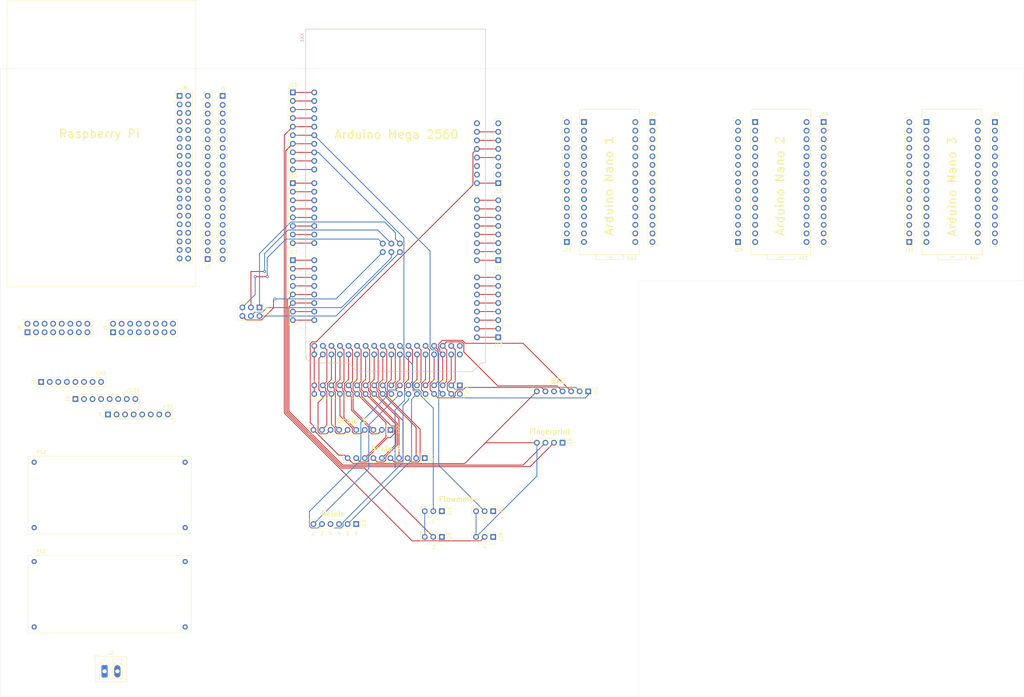
<source format=kicad_pcb>
(kicad_pcb (version 20171130) (host pcbnew "(5.1.5-0-10_14)")
  (title_block (title "Saufanlage – Brainz Board ") (date 2020-01-12) (rev v0.1) (comment 4 "Author: Andreas Hoenle"))
  (layers (0 F.Cu signal) (31 B.Cu signal) (34 B.Paste user) (35 F.Paste user) (36 B.SilkS user) (37 F.SilkS user) (38 B.Mask user) (39 F.Mask user) (44 Edge.Cuts user))
  (net 0 "")
  (net 1 GND)
  (net 2 +12V)
  (net 3 +3V3)
  (net 4 +5V)
  (net 5 RPI_GPIO18)
  (net 6 RPI_GPIO4)
  (net 7 RPI_GPIO17)
  (net 8 RPI_GPIO25)
  (net 9 RPI_GPIO24)
  (net 10 RPI_GPIO23)
  (net 11 RPI_GPIO22)
  (net 12 RPI_GPIO10)
  (net 13 RPI_GPIO9)
  (net 14 RPI_GPIO8)
  (net 15 RPI_GPIO7)
  (net 16 RPI_GPIO27)
  (net 17 RPI_GPIO11)
  (net 18 RPI_GPIO12)
  (net 19 RPI_GPIO5)
  (net 20 RPI_GPIO6)
  (net 21 RPI_GPIO19)
  (net 22 RPI_GPIO13)
  (net 23 RPI_GPIO20)
  (net 24 SDA)
  (net 25 SCL)
  (net 26 RPI_IDSD)
  (net 27 RPI_GPIO26)
  (net 28 RPI_GPIO14)
  (net 29 RPI_GPIO15)
  (net 30 RPI_IDSC)
  (net 31 RPI_GPIO16)
  (net 32 RPI_GPIO21)
  (net 33 "Net-(J10-Pad8)")
  (net 34 M_IORF)
  (net 35 M_RST1)
  (net 36 M_3V3)
  (net 37 M_5V)
  (net 38 +8V)
  (net 39 M_A7)
  (net 40 M_A6)
  (net 41 M_A5)
  (net 42 M_A4)
  (net 43 M_A3)
  (net 44 M_A2)
  (net 45 M_A1)
  (net 46 M_A0)
  (net 47 M_A15)
  (net 48 M_A14)
  (net 49 M_A13)
  (net 50 M_A12)
  (net 51 M_A11)
  (net 52 M_A10)
  (net 53 M_A9)
  (net 54 M_A8)
  (net 55 M_RST2)
  (net 56 M_MOSI)
  (net 57 M_SCK)
  (net 58 M_SPI_5V)
  (net 59 M_MISO)
  (net 60 M_D22)
  (net 61 M_D24)
  (net 62 M_D26)
  (net 63 M_D28)
  (net 64 M_D30)
  (net 65 M_D31)
  (net 66 M_D32)
  (net 67 M_D33)
  (net 68 M_D34)
  (net 69 M_D35)
  (net 70 M_D36)
  (net 71 M_D37)
  (net 72 M_D38)
  (net 73 M_D39)
  (net 74 RELAIS1)
  (net 75 RELAIS2)
  (net 76 RELAIS3)
  (net 77 RELAIS4)
  (net 78 RELAIS5)
  (net 79 RELAIS6)
  (net 80 M_D46)
  (net 81 M_D47)
  (net 82 M_D48)
  (net 83 M_D49)
  (net 84 M_D50)
  (net 85 M_D51)
  (net 86 M_D52)
  (net 87 M_D53)
  (net 88 M_AREF)
  (net 89 M_D13)
  (net 90 M_D12)
  (net 91 M_D11)
  (net 92 M_D10)
  (net 93 M_D9)
  (net 94 M_D8)
  (net 95 MEGA_RX0)
  (net 96 MEGA_TX0)
  (net 97 M_D2)
  (net 98 M_D3)
  (net 99 M_D4)
  (net 100 M_D5)
  (net 101 M_D6)
  (net 102 M_D7)
  (net 103 MEGA_D21_SCL)
  (net 104 MEGA_D20_SDA)
  (net 105 MEGA_RX1)
  (net 106 MEGA_TX1)
  (net 107 MEGA_RX2)
  (net 108 MEGA_TX2)
  (net 109 MEGA_RX3)
  (net 110 MEGA_RX4)
  (net 111 M_D29)
  (net 112 M_D27)
  (net 113 M_D25)
  (net 114 M_D23)
  (net 115 N1_D12)
  (net 116 N1_D11)
  (net 117 N1_D10)
  (net 118 N1_D9)
  (net 119 N1_D8)
  (net 120 N1_D7)
  (net 121 N1_D6)
  (net 122 N1_D5)
  (net 123 N1_D4)
  (net 124 N1_D3_INT1)
  (net 125 N1_D2_INT0)
  (net 126 N1_RST2)
  (net 127 N1_D0)
  (net 128 N1_D1)
  (net 129 N1_D13)
  (net 130 N1_3V3)
  (net 131 N1_AREF)
  (net 132 N1_A7)
  (net 133 N1_A6)
  (net 134 N1_A3)
  (net 135 N1_A2)
  (net 136 N1_A1)
  (net 137 N1_A0)
  (net 138 N1_5V)
  (net 139 N1_RST1)
  (net 140 N2_D12)
  (net 141 N2_D11)
  (net 142 N2_D10)
  (net 143 N2_D9)
  (net 144 N2_D8)
  (net 145 N2_D7)
  (net 146 N2_D6)
  (net 147 N2_D5)
  (net 148 N2_D4)
  (net 149 N2_D3_INT1)
  (net 150 N2_D2_INT0)
  (net 151 N2_RST2)
  (net 152 N2_D0)
  (net 153 N2_D1)
  (net 154 N2_D13)
  (net 155 N2_3V3)
  (net 156 N2_AREF)
  (net 157 N2_A7)
  (net 158 N2_A6)
  (net 159 N2_A3)
  (net 160 N2_A2)
  (net 161 N2_A1)
  (net 162 N2_A0)
  (net 163 N2_5V)
  (net 164 N2_RST1)
  (net 165 N3_D12)
  (net 166 N3_D11)
  (net 167 N3_D10)
  (net 168 N3_D9)
  (net 169 N3_D8)
  (net 170 N3_D7)
  (net 171 N3_D6)
  (net 172 N3_D5)
  (net 173 N3_D4)
  (net 174 N3_D3_INT1)
  (net 175 N3_D2_INT0)
  (net 176 N3_RST2)
  (net 177 N3_D0)
  (net 178 N3_D1)
  (net 179 N3_D13)
  (net 180 N3_3V3)
  (net 181 N3_AREF)
  (net 182 N3_A7)
  (net 183 N3_A6)
  (net 184 N3_A3)
  (net 185 N3_A2)
  (net 186 N3_A1)
  (net 187 N3_A0)
  (net 188 N3_5V)
  (net 189 N3_RST1)
  (module Connector_PinHeader_2.54mm:PinHeader_1x06_P2.54mm_Vertical (layer F.Cu) (at 119.888 145.288 270)
    (fp_text reference J19 (at 0 -2.33 90) (layer F.SilkS))
    (fp_text value Conn_01x06_Female)
    (pad 1 thru_hole rect (at 0 0 270) (size 1.7 1.7) (drill 1) (layers *.Cu *.Mask) (net 79 RELAIS6))
    (pad 2 thru_hole oval (at 0 2.54 270) (size 1.7 1.7) (drill 1) (layers *.Cu *.Mask) (net 78 RELAIS5))
    (pad 3 thru_hole oval (at 0 5.08 270) (size 1.7 1.7) (drill 1) (layers *.Cu *.Mask) (net 77 RELAIS4))
    (pad 4 thru_hole oval (at 0 7.62 270) (size 1.7 1.7) (drill 1) (layers *.Cu *.Mask) (net 76 RELAIS3))
    (pad 5 thru_hole oval (at 0 10.16 270) (size 1.7 1.7) (drill 1) (layers *.Cu *.Mask) (net 75 RELAIS2))
    (pad 6 thru_hole oval (at 0 12.7 270) (size 1.7 1.7) (drill 1) (layers *.Cu *.Mask) (net 74 RELAIS1))
  )
  (module Connector_PinHeader_2.54mm:PinHeader_2x18_P2.54mm_Vertical (layer F.Cu) (at 150.62 104.14 270)
    (fp_text reference J14 (at 1.27 -2.33 90) (layer F.SilkS))
    (fp_text value Conn_02x18_Odd_Even)
    (pad 1 thru_hole rect (at 0 0 270) (size 1.7 1.7) (drill 1) (layers *.Cu *.Mask) (net 1 GND))
    (pad 2 thru_hole oval (at 2.54 0 270) (size 1.7 1.7) (drill 1) (layers *.Cu *.Mask) (net 1 GND))
    (pad 3 thru_hole oval (at 0 2.54 270) (size 1.7 1.7) (drill 1) (layers *.Cu *.Mask) (net 86 M_D52))
    (pad 4 thru_hole oval (at 2.54 2.54 270) (size 1.7 1.7) (drill 1) (layers *.Cu *.Mask) (net 87 M_D53))
    (pad 5 thru_hole oval (at 0 5.08 270) (size 1.7 1.7) (drill 1) (layers *.Cu *.Mask) (net 84 M_D50))
    (pad 6 thru_hole oval (at 2.54 5.08 270) (size 1.7 1.7) (drill 1) (layers *.Cu *.Mask) (net 85 M_D51))
    (pad 7 thru_hole oval (at 0 7.62 270) (size 1.7 1.7) (drill 1) (layers *.Cu *.Mask) (net 82 M_D48))
    (pad 8 thru_hole oval (at 2.54 7.62 270) (size 1.7 1.7) (drill 1) (layers *.Cu *.Mask) (net 83 M_D49))
    (pad 9 thru_hole oval (at 0 10.16 270) (size 1.7 1.7) (drill 1) (layers *.Cu *.Mask) (net 80 M_D46))
    (pad 10 thru_hole oval (at 2.54 10.16 270) (size 1.7 1.7) (drill 1) (layers *.Cu *.Mask) (net 81 M_D47))
    (pad 11 thru_hole oval (at 0 12.7 270) (size 1.7 1.7) (drill 1) (layers *.Cu *.Mask) (net 79 RELAIS6))
    (pad 12 thru_hole oval (at 2.54 12.7 270) (size 1.7 1.7) (drill 1) (layers *.Cu *.Mask) (net 78 RELAIS5))
    (pad 13 thru_hole oval (at 0 15.24 270) (size 1.7 1.7) (drill 1) (layers *.Cu *.Mask) (net 77 RELAIS4))
    (pad 14 thru_hole oval (at 2.54 15.24 270) (size 1.7 1.7) (drill 1) (layers *.Cu *.Mask) (net 76 RELAIS3))
    (pad 15 thru_hole oval (at 0 17.78 270) (size 1.7 1.7) (drill 1) (layers *.Cu *.Mask) (net 75 RELAIS2))
    (pad 16 thru_hole oval (at 2.54 17.78 270) (size 1.7 1.7) (drill 1) (layers *.Cu *.Mask) (net 74 RELAIS1))
    (pad 17 thru_hole oval (at 0 20.32 270) (size 1.7 1.7) (drill 1) (layers *.Cu *.Mask) (net 72 M_D38))
    (pad 18 thru_hole oval (at 2.54 20.32 270) (size 1.7 1.7) (drill 1) (layers *.Cu *.Mask) (net 73 M_D39))
    (pad 19 thru_hole oval (at 0 22.86 270) (size 1.7 1.7) (drill 1) (layers *.Cu *.Mask) (net 70 M_D36))
    (pad 20 thru_hole oval (at 2.54 22.86 270) (size 1.7 1.7) (drill 1) (layers *.Cu *.Mask) (net 71 M_D37))
    (pad 21 thru_hole oval (at 0 25.4 270) (size 1.7 1.7) (drill 1) (layers *.Cu *.Mask) (net 68 M_D34))
    (pad 22 thru_hole oval (at 2.54 25.4 270) (size 1.7 1.7) (drill 1) (layers *.Cu *.Mask) (net 69 M_D35))
    (pad 23 thru_hole oval (at 0 27.94 270) (size 1.7 1.7) (drill 1) (layers *.Cu *.Mask) (net 66 M_D32))
    (pad 24 thru_hole oval (at 2.54 27.94 270) (size 1.7 1.7) (drill 1) (layers *.Cu *.Mask) (net 67 M_D33))
    (pad 25 thru_hole oval (at 0 30.48 270) (size 1.7 1.7) (drill 1) (layers *.Cu *.Mask) (net 64 M_D30))
    (pad 26 thru_hole oval (at 2.54 30.48 270) (size 1.7 1.7) (drill 1) (layers *.Cu *.Mask) (net 65 M_D31))
    (pad 27 thru_hole oval (at 0 33.02 270) (size 1.7 1.7) (drill 1) (layers *.Cu *.Mask) (net 63 M_D28))
    (pad 28 thru_hole oval (at 2.54 33.02 270) (size 1.7 1.7) (drill 1) (layers *.Cu *.Mask) (net 111 M_D29))
    (pad 29 thru_hole oval (at 0 35.56 270) (size 1.7 1.7) (drill 1) (layers *.Cu *.Mask) (net 62 M_D26))
    (pad 30 thru_hole oval (at 2.54 35.56 270) (size 1.7 1.7) (drill 1) (layers *.Cu *.Mask) (net 112 M_D27))
    (pad 31 thru_hole oval (at 0 38.1 270) (size 1.7 1.7) (drill 1) (layers *.Cu *.Mask) (net 61 M_D24))
    (pad 32 thru_hole oval (at 2.54 38.1 270) (size 1.7 1.7) (drill 1) (layers *.Cu *.Mask) (net 113 M_D25))
    (pad 33 thru_hole oval (at 0 40.64 270) (size 1.7 1.7) (drill 1) (layers *.Cu *.Mask) (net 60 M_D22))
    (pad 34 thru_hole oval (at 2.54 40.64 270) (size 1.7 1.7) (drill 1) (layers *.Cu *.Mask) (net 114 M_D23))
    (pad 35 thru_hole oval (at 0 43.18 270) (size 1.7 1.7) (drill 1) (layers *.Cu *.Mask) (net 37 M_5V))
    (pad 36 thru_hole oval (at 2.54 43.18 270) (size 1.7 1.7) (drill 1) (layers *.Cu *.Mask) (net 37 M_5V))
  )
  (module Connector_PinHeader_2.54mm:PinHeader_1x08_P2.54mm_Vertical (layer F.Cu) (at 26.416 103.124 90)
    (fp_text reference J1 (at 0 -2.33 90) (layer F.SilkS))
    (fp_text value Conn_01x08_Male)
    (pad 1 thru_hole rect (at 0 0 90) (size 1.7 1.7) (drill 1) (layers *.Cu *.Mask) (net 1 GND))
    (pad 2 thru_hole oval (at 0 2.54 90) (size 1.7 1.7) (drill 1) (layers *.Cu *.Mask) (net 1 GND))
    (pad 3 thru_hole oval (at 0 5.08 90) (size 1.7 1.7) (drill 1) (layers *.Cu *.Mask) (net 1 GND))
    (pad 4 thru_hole oval (at 0 7.62 90) (size 1.7 1.7) (drill 1) (layers *.Cu *.Mask) (net 1 GND))
    (pad 5 thru_hole oval (at 0 10.16 90) (size 1.7 1.7) (drill 1) (layers *.Cu *.Mask) (net 1 GND))
    (pad 6 thru_hole oval (at 0 12.7 90) (size 1.7 1.7) (drill 1) (layers *.Cu *.Mask) (net 1 GND))
    (pad 7 thru_hole oval (at 0 15.24 90) (size 1.7 1.7) (drill 1) (layers *.Cu *.Mask) (net 1 GND))
    (pad 8 thru_hole oval (at 0 17.78 90) (size 1.7 1.7) (drill 1) (layers *.Cu *.Mask) (net 1 GND))
  )
  (module Connector_Phoenix_MC:PhoenixContact_MCV_1,5_2-G-3.81_1x02_P3.81mm_Vertical (layer F.Cu) (at 45.212 188.976)
    (fp_text reference J2 (at 1.9 -5.45) (layer F.SilkS))
    (fp_text value Screw_Terminal_01x02)
    (pad 1 thru_hole roundrect (at 0 0) (size 1.8 3.6) (drill 1.2) (layers *.Cu *.Mask) (roundrect_rratio 0.138889) (net 1 GND))
    (pad 2 thru_hole oval (at 3.81 0) (size 1.8 3.6) (drill 1.2) (layers *.Cu *.Mask) (net 2 +12V))
  )
  (module Connector_PinHeader_2.54mm:PinHeader_1x08_P2.54mm_Vertical (layer F.Cu) (at 36.576 108.204 90)
    (fp_text reference J3 (at 0 -2.33 90) (layer F.SilkS))
    (fp_text value Conn_01x08_Male)
    (pad 8 thru_hole oval (at 0 17.78 90) (size 1.7 1.7) (drill 1) (layers *.Cu *.Mask) (net 3 +3V3))
    (pad 7 thru_hole oval (at 0 15.24 90) (size 1.7 1.7) (drill 1) (layers *.Cu *.Mask) (net 3 +3V3))
    (pad 6 thru_hole oval (at 0 12.7 90) (size 1.7 1.7) (drill 1) (layers *.Cu *.Mask) (net 3 +3V3))
    (pad 5 thru_hole oval (at 0 10.16 90) (size 1.7 1.7) (drill 1) (layers *.Cu *.Mask) (net 3 +3V3))
    (pad 4 thru_hole oval (at 0 7.62 90) (size 1.7 1.7) (drill 1) (layers *.Cu *.Mask) (net 3 +3V3))
    (pad 3 thru_hole oval (at 0 5.08 90) (size 1.7 1.7) (drill 1) (layers *.Cu *.Mask) (net 3 +3V3))
    (pad 2 thru_hole oval (at 0 2.54 90) (size 1.7 1.7) (drill 1) (layers *.Cu *.Mask) (net 3 +3V3))
    (pad 1 thru_hole rect (at 0 0 90) (size 1.7 1.7) (drill 1) (layers *.Cu *.Mask) (net 3 +3V3))
  )
  (module Connector_PinHeader_2.54mm:PinHeader_1x08_P2.54mm_Vertical (layer F.Cu) (at 46.228 112.776 90)
    (fp_text reference J4 (at 0 -2.33 90) (layer F.SilkS))
    (fp_text value Conn_01x08_Male)
    (pad 1 thru_hole rect (at 0 0 90) (size 1.7 1.7) (drill 1) (layers *.Cu *.Mask) (net 4 +5V))
    (pad 2 thru_hole oval (at 0 2.54 90) (size 1.7 1.7) (drill 1) (layers *.Cu *.Mask) (net 4 +5V))
    (pad 3 thru_hole oval (at 0 5.08 90) (size 1.7 1.7) (drill 1) (layers *.Cu *.Mask) (net 4 +5V))
    (pad 4 thru_hole oval (at 0 7.62 90) (size 1.7 1.7) (drill 1) (layers *.Cu *.Mask) (net 4 +5V))
    (pad 5 thru_hole oval (at 0 10.16 90) (size 1.7 1.7) (drill 1) (layers *.Cu *.Mask) (net 4 +5V))
    (pad 6 thru_hole oval (at 0 12.7 90) (size 1.7 1.7) (drill 1) (layers *.Cu *.Mask) (net 4 +5V))
    (pad 7 thru_hole oval (at 0 15.24 90) (size 1.7 1.7) (drill 1) (layers *.Cu *.Mask) (net 4 +5V))
    (pad 8 thru_hole oval (at 0 17.78 90) (size 1.7 1.7) (drill 1) (layers *.Cu *.Mask) (net 4 +5V))
  )
  (module Connector_PinHeader_2.54mm:PinHeader_2x08_P2.54mm_Vertical (layer F.Cu) (at 47.752 88.392 90)
    (fp_text reference J5 (at 1.27 -2.33 90) (layer F.SilkS))
    (fp_text value Conn_02x08_Odd_Even)
    (pad 1 thru_hole rect (at 0 0 90) (size 1.7 1.7) (drill 1) (layers *.Cu *.Mask) (net 1 GND))
    (pad 2 thru_hole oval (at 2.54 0 90) (size 1.7 1.7) (drill 1) (layers *.Cu *.Mask) (net 5 RPI_GPIO18))
    (pad 3 thru_hole oval (at 0 2.54 90) (size 1.7 1.7) (drill 1) (layers *.Cu *.Mask) (net 6 RPI_GPIO4))
    (pad 4 thru_hole oval (at 2.54 2.54 90) (size 1.7 1.7) (drill 1) (layers *.Cu *.Mask) (net 7 RPI_GPIO17))
    (pad 5 thru_hole oval (at 0 5.08 90) (size 1.7 1.7) (drill 1) (layers *.Cu *.Mask) (net 8 RPI_GPIO25))
    (pad 6 thru_hole oval (at 2.54 5.08 90) (size 1.7 1.7) (drill 1) (layers *.Cu *.Mask) (net 9 RPI_GPIO24))
    (pad 7 thru_hole oval (at 0 7.62 90) (size 1.7 1.7) (drill 1) (layers *.Cu *.Mask) (net 10 RPI_GPIO23))
    (pad 8 thru_hole oval (at 2.54 7.62 90) (size 1.7 1.7) (drill 1) (layers *.Cu *.Mask) (net 11 RPI_GPIO22))
    (pad 9 thru_hole oval (at 0 10.16 90) (size 1.7 1.7) (drill 1) (layers *.Cu *.Mask) (net 1 GND))
    (pad 10 thru_hole oval (at 2.54 10.16 90) (size 1.7 1.7) (drill 1) (layers *.Cu *.Mask) (net 12 RPI_GPIO10))
    (pad 11 thru_hole oval (at 0 12.7 90) (size 1.7 1.7) (drill 1) (layers *.Cu *.Mask) (net 13 RPI_GPIO9))
    (pad 12 thru_hole oval (at 2.54 12.7 90) (size 1.7 1.7) (drill 1) (layers *.Cu *.Mask) (net 14 RPI_GPIO8))
    (pad 13 thru_hole oval (at 0 15.24 90) (size 1.7 1.7) (drill 1) (layers *.Cu *.Mask) (net 1 GND))
    (pad 14 thru_hole oval (at 2.54 15.24 90) (size 1.7 1.7) (drill 1) (layers *.Cu *.Mask) (net 15 RPI_GPIO7))
    (pad 15 thru_hole oval (at 0 17.78 90) (size 1.7 1.7) (drill 1) (layers *.Cu *.Mask) (net 16 RPI_GPIO27))
    (pad 16 thru_hole oval (at 2.54 17.78 90) (size 1.7 1.7) (drill 1) (layers *.Cu *.Mask) (net 17 RPI_GPIO11))
  )
  (module Connector_PinHeader_2.54mm:PinHeader_2x08_P2.54mm_Vertical (layer F.Cu) (at 22.352 88.392 90)
    (fp_text reference J6 (at 1.27 -2.33 90) (layer F.SilkS))
    (fp_text value Conn_02x08_Odd_Even)
    (pad 16 thru_hole oval (at 2.54 17.78 90) (size 1.7 1.7) (drill 1) (layers *.Cu *.Mask) (net 18 RPI_GPIO12))
    (pad 15 thru_hole oval (at 0 17.78 90) (size 1.7 1.7) (drill 1) (layers *.Cu *.Mask) (net 19 RPI_GPIO5))
    (pad 14 thru_hole oval (at 2.54 15.24 90) (size 1.7 1.7) (drill 1) (layers *.Cu *.Mask) (net 20 RPI_GPIO6))
    (pad 13 thru_hole oval (at 0 15.24 90) (size 1.7 1.7) (drill 1) (layers *.Cu *.Mask) (net 1 GND))
    (pad 12 thru_hole oval (at 2.54 12.7 90) (size 1.7 1.7) (drill 1) (layers *.Cu *.Mask) (net 21 RPI_GPIO19))
    (pad 11 thru_hole oval (at 0 12.7 90) (size 1.7 1.7) (drill 1) (layers *.Cu *.Mask) (net 22 RPI_GPIO13))
    (pad 10 thru_hole oval (at 2.54 10.16 90) (size 1.7 1.7) (drill 1) (layers *.Cu *.Mask) (net 23 RPI_GPIO20))
    (pad 9 thru_hole oval (at 0 10.16 90) (size 1.7 1.7) (drill 1) (layers *.Cu *.Mask) (net 1 GND))
    (pad 8 thru_hole oval (at 2.54 7.62 90) (size 1.7 1.7) (drill 1) (layers *.Cu *.Mask) (net 11 RPI_GPIO22))
    (pad 7 thru_hole oval (at 0 7.62 90) (size 1.7 1.7) (drill 1) (layers *.Cu *.Mask) (net 10 RPI_GPIO23))
    (pad 6 thru_hole oval (at 2.54 5.08 90) (size 1.7 1.7) (drill 1) (layers *.Cu *.Mask) (net 9 RPI_GPIO24))
    (pad 5 thru_hole oval (at 0 5.08 90) (size 1.7 1.7) (drill 1) (layers *.Cu *.Mask) (net 8 RPI_GPIO25))
    (pad 4 thru_hole oval (at 2.54 2.54 90) (size 1.7 1.7) (drill 1) (layers *.Cu *.Mask) (net 7 RPI_GPIO17))
    (pad 3 thru_hole oval (at 0 2.54 90) (size 1.7 1.7) (drill 1) (layers *.Cu *.Mask) (net 6 RPI_GPIO4))
    (pad 2 thru_hole oval (at 2.54 0 90) (size 1.7 1.7) (drill 1) (layers *.Cu *.Mask) (net 5 RPI_GPIO18))
    (pad 1 thru_hole rect (at 0 0 90) (size 1.7 1.7) (drill 1) (layers *.Cu *.Mask) (net 1 GND))
  )
  (module Connector_PinHeader_2.54mm:PinHeader_1x20_P2.54mm_Vertical (layer F.Cu) (at 75.819 66.675 180)
    (fp_text reference J7 (at 0 -2.33) (layer F.SilkS))
    (fp_text value Conn_01x20_Male)
    (pad 20 thru_hole oval (at 0 48.436 180) (size 1.7 1.7) (drill 1) (layers *.Cu *.Mask) (net 3 +3V3))
    (pad 19 thru_hole oval (at 0 45.72 180) (size 1.7 1.7) (drill 1) (layers *.Cu *.Mask) (net 24 SDA))
    (pad 18 thru_hole oval (at 0 43.18 180) (size 1.7 1.7) (drill 1) (layers *.Cu *.Mask) (net 25 SCL))
    (pad 17 thru_hole oval (at 0 40.64 180) (size 1.7 1.7) (drill 1) (layers *.Cu *.Mask) (net 6 RPI_GPIO4))
    (pad 16 thru_hole oval (at 0 38.1 180) (size 1.7 1.7) (drill 1) (layers *.Cu *.Mask) (net 1 GND))
    (pad 15 thru_hole oval (at 0 35.56 180) (size 1.7 1.7) (drill 1) (layers *.Cu *.Mask) (net 7 RPI_GPIO17))
    (pad 14 thru_hole oval (at 0 33.02 180) (size 1.7 1.7) (drill 1) (layers *.Cu *.Mask) (net 16 RPI_GPIO27))
    (pad 13 thru_hole oval (at 0 30.48 180) (size 1.7 1.7) (drill 1) (layers *.Cu *.Mask) (net 11 RPI_GPIO22))
    (pad 12 thru_hole oval (at 0 27.94 180) (size 1.7 1.7) (drill 1) (layers *.Cu *.Mask) (net 3 +3V3))
    (pad 11 thru_hole oval (at 0 25.4 180) (size 1.7 1.7) (drill 1) (layers *.Cu *.Mask) (net 12 RPI_GPIO10))
    (pad 10 thru_hole oval (at 0 22.86 180) (size 1.7 1.7) (drill 1) (layers *.Cu *.Mask) (net 13 RPI_GPIO9))
    (pad 9 thru_hole oval (at 0 20.32 180) (size 1.7 1.7) (drill 1) (layers *.Cu *.Mask) (net 17 RPI_GPIO11))
    (pad 8 thru_hole oval (at 0 17.78 180) (size 1.7 1.7) (drill 1) (layers *.Cu *.Mask) (net 1 GND))
    (pad 7 thru_hole oval (at 0 15.24 180) (size 1.7 1.7) (drill 1) (layers *.Cu *.Mask) (net 26 RPI_IDSD))
    (pad 6 thru_hole oval (at 0 12.7 180) (size 1.7 1.7) (drill 1) (layers *.Cu *.Mask) (net 19 RPI_GPIO5))
    (pad 5 thru_hole oval (at 0 10.16 180) (size 1.7 1.7) (drill 1) (layers *.Cu *.Mask) (net 20 RPI_GPIO6))
    (pad 4 thru_hole oval (at 0 7.62 180) (size 1.7 1.7) (drill 1) (layers *.Cu *.Mask) (net 22 RPI_GPIO13))
    (pad 3 thru_hole oval (at 0 5.08 180) (size 1.7 1.7) (drill 1) (layers *.Cu *.Mask) (net 21 RPI_GPIO19))
    (pad 2 thru_hole oval (at 0 2.54 180) (size 1.7 1.7) (drill 1) (layers *.Cu *.Mask) (net 27 RPI_GPIO26))
    (pad 1 thru_hole rect (at 0 0 180) (size 1.7 1.7) (drill 1) (layers *.Cu *.Mask) (net 1 GND))
  )
  (module Connector_PinHeader_2.54mm:PinHeader_2x20_P2.54mm_Vertical (layer F.Cu) (at 67.492 18.239)
    (fp_text reference J8 (at 1.27 -2.33) (layer F.SilkS))
    (fp_text value Raspberry_Pi_2_3)
    (pad 1 thru_hole rect (at 0 0) (size 1.7 1.7) (drill 1) (layers *.Cu *.Mask) (net 3 +3V3))
    (pad 2 thru_hole oval (at 2.54 0) (size 1.7 1.7) (drill 1) (layers *.Cu *.Mask) (net 4 +5V))
    (pad 3 thru_hole oval (at 0 2.54) (size 1.7 1.7) (drill 1) (layers *.Cu *.Mask) (net 24 SDA))
    (pad 4 thru_hole oval (at 2.54 2.54) (size 1.7 1.7) (drill 1) (layers *.Cu *.Mask) (net 4 +5V))
    (pad 5 thru_hole oval (at 0 5.08) (size 1.7 1.7) (drill 1) (layers *.Cu *.Mask) (net 25 SCL))
    (pad 6 thru_hole oval (at 2.54 5.08) (size 1.7 1.7) (drill 1) (layers *.Cu *.Mask) (net 1 GND))
    (pad 7 thru_hole oval (at 0 7.62) (size 1.7 1.7) (drill 1) (layers *.Cu *.Mask) (net 6 RPI_GPIO4))
    (pad 8 thru_hole oval (at 2.54 7.62) (size 1.7 1.7) (drill 1) (layers *.Cu *.Mask) (net 28 RPI_GPIO14))
    (pad 9 thru_hole oval (at 0 10.16) (size 1.7 1.7) (drill 1) (layers *.Cu *.Mask) (net 1 GND))
    (pad 10 thru_hole oval (at 2.54 10.16) (size 1.7 1.7) (drill 1) (layers *.Cu *.Mask) (net 29 RPI_GPIO15))
    (pad 11 thru_hole oval (at 0 12.7) (size 1.7 1.7) (drill 1) (layers *.Cu *.Mask) (net 7 RPI_GPIO17))
    (pad 12 thru_hole oval (at 2.54 12.7) (size 1.7 1.7) (drill 1) (layers *.Cu *.Mask) (net 5 RPI_GPIO18))
    (pad 13 thru_hole oval (at 0 15.24) (size 1.7 1.7) (drill 1) (layers *.Cu *.Mask) (net 16 RPI_GPIO27))
    (pad 14 thru_hole oval (at 2.54 15.24) (size 1.7 1.7) (drill 1) (layers *.Cu *.Mask) (net 1 GND))
    (pad 15 thru_hole oval (at 0 17.78) (size 1.7 1.7) (drill 1) (layers *.Cu *.Mask) (net 11 RPI_GPIO22))
    (pad 16 thru_hole oval (at 2.54 17.78) (size 1.7 1.7) (drill 1) (layers *.Cu *.Mask) (net 10 RPI_GPIO23))
    (pad 17 thru_hole oval (at 0 20.32) (size 1.7 1.7) (drill 1) (layers *.Cu *.Mask) (net 3 +3V3))
    (pad 18 thru_hole oval (at 2.54 20.32) (size 1.7 1.7) (drill 1) (layers *.Cu *.Mask) (net 9 RPI_GPIO24))
    (pad 19 thru_hole oval (at 0 22.86) (size 1.7 1.7) (drill 1) (layers *.Cu *.Mask) (net 12 RPI_GPIO10))
    (pad 20 thru_hole oval (at 2.54 22.86) (size 1.7 1.7) (drill 1) (layers *.Cu *.Mask) (net 1 GND))
    (pad 21 thru_hole oval (at 0 25.4) (size 1.7 1.7) (drill 1) (layers *.Cu *.Mask) (net 13 RPI_GPIO9))
    (pad 22 thru_hole oval (at 2.54 25.4) (size 1.7 1.7) (drill 1) (layers *.Cu *.Mask) (net 8 RPI_GPIO25))
    (pad 23 thru_hole oval (at 0 27.94) (size 1.7 1.7) (drill 1) (layers *.Cu *.Mask) (net 17 RPI_GPIO11))
    (pad 24 thru_hole oval (at 2.54 27.94) (size 1.7 1.7) (drill 1) (layers *.Cu *.Mask) (net 14 RPI_GPIO8))
    (pad 25 thru_hole oval (at 0 30.48) (size 1.7 1.7) (drill 1) (layers *.Cu *.Mask) (net 1 GND))
    (pad 26 thru_hole oval (at 2.54 30.48) (size 1.7 1.7) (drill 1) (layers *.Cu *.Mask) (net 15 RPI_GPIO7))
    (pad 27 thru_hole oval (at 0 33.02) (size 1.7 1.7) (drill 1) (layers *.Cu *.Mask) (net 26 RPI_IDSD))
    (pad 28 thru_hole oval (at 2.54 33.02) (size 1.7 1.7) (drill 1) (layers *.Cu *.Mask) (net 30 RPI_IDSC))
    (pad 29 thru_hole oval (at 0 35.56) (size 1.7 1.7) (drill 1) (layers *.Cu *.Mask) (net 19 RPI_GPIO5))
    (pad 30 thru_hole oval (at 2.54 35.56) (size 1.7 1.7) (drill 1) (layers *.Cu *.Mask) (net 1 GND))
    (pad 31 thru_hole oval (at 0 38.1) (size 1.7 1.7) (drill 1) (layers *.Cu *.Mask) (net 20 RPI_GPIO6))
    (pad 32 thru_hole oval (at 2.54 38.1) (size 1.7 1.7) (drill 1) (layers *.Cu *.Mask) (net 18 RPI_GPIO12))
    (pad 33 thru_hole oval (at 0 40.64) (size 1.7 1.7) (drill 1) (layers *.Cu *.Mask) (net 22 RPI_GPIO13))
    (pad 34 thru_hole oval (at 2.54 40.64) (size 1.7 1.7) (drill 1) (layers *.Cu *.Mask) (net 1 GND))
    (pad 35 thru_hole oval (at 0 43.18) (size 1.7 1.7) (drill 1) (layers *.Cu *.Mask) (net 21 RPI_GPIO19))
    (pad 36 thru_hole oval (at 2.54 43.18) (size 1.7 1.7) (drill 1) (layers *.Cu *.Mask) (net 31 RPI_GPIO16))
    (pad 37 thru_hole oval (at 0 45.72) (size 1.7 1.7) (drill 1) (layers *.Cu *.Mask) (net 27 RPI_GPIO26))
    (pad 38 thru_hole oval (at 2.54 45.72) (size 1.7 1.7) (drill 1) (layers *.Cu *.Mask) (net 23 RPI_GPIO20))
    (pad 39 thru_hole oval (at 0 48.26) (size 1.7 1.7) (drill 1) (layers *.Cu *.Mask) (net 1 GND))
    (pad 40 thru_hole oval (at 2.54 48.26) (size 1.7 1.7) (drill 1) (layers *.Cu *.Mask) (net 32 RPI_GPIO21))
  )
  (module Connector_PinHeader_2.54mm:PinHeader_1x20_P2.54mm_Vertical (layer F.Cu) (at 80.264 18.415)
    (fp_text reference J9 (at 0 -2.33) (layer F.SilkS))
    (fp_text value Conn_01x20_Male)
    (pad 1 thru_hole rect (at 0 -0.176) (size 1.7 1.7) (drill 1) (layers *.Cu *.Mask) (net 4 +5V))
    (pad 2 thru_hole oval (at 0 2.54) (size 1.7 1.7) (drill 1) (layers *.Cu *.Mask) (net 4 +5V))
    (pad 3 thru_hole oval (at 0 5.08) (size 1.7 1.7) (drill 1) (layers *.Cu *.Mask) (net 1 GND))
    (pad 4 thru_hole oval (at 0 7.62) (size 1.7 1.7) (drill 1) (layers *.Cu *.Mask) (net 28 RPI_GPIO14))
    (pad 5 thru_hole oval (at 0 10.16) (size 1.7 1.7) (drill 1) (layers *.Cu *.Mask) (net 29 RPI_GPIO15))
    (pad 6 thru_hole oval (at 0 12.7) (size 1.7 1.7) (drill 1) (layers *.Cu *.Mask) (net 5 RPI_GPIO18))
    (pad 7 thru_hole oval (at 0 15.24) (size 1.7 1.7) (drill 1) (layers *.Cu *.Mask) (net 1 GND))
    (pad 8 thru_hole oval (at 0 17.78) (size 1.7 1.7) (drill 1) (layers *.Cu *.Mask) (net 10 RPI_GPIO23))
    (pad 9 thru_hole oval (at 0 20.32) (size 1.7 1.7) (drill 1) (layers *.Cu *.Mask) (net 9 RPI_GPIO24))
    (pad 10 thru_hole oval (at 0 22.86) (size 1.7 1.7) (drill 1) (layers *.Cu *.Mask) (net 1 GND))
    (pad 11 thru_hole oval (at 0 25.4) (size 1.7 1.7) (drill 1) (layers *.Cu *.Mask) (net 8 RPI_GPIO25))
    (pad 12 thru_hole oval (at 0 27.94) (size 1.7 1.7) (drill 1) (layers *.Cu *.Mask) (net 14 RPI_GPIO8))
    (pad 13 thru_hole oval (at 0 30.48) (size 1.7 1.7) (drill 1) (layers *.Cu *.Mask) (net 15 RPI_GPIO7))
    (pad 14 thru_hole oval (at 0 33.02) (size 1.7 1.7) (drill 1) (layers *.Cu *.Mask) (net 30 RPI_IDSC))
    (pad 15 thru_hole oval (at 0 35.56) (size 1.7 1.7) (drill 1) (layers *.Cu *.Mask) (net 1 GND))
    (pad 16 thru_hole oval (at 0 38.1) (size 1.7 1.7) (drill 1) (layers *.Cu *.Mask) (net 18 RPI_GPIO12))
    (pad 17 thru_hole oval (at 0 40.64) (size 1.7 1.7) (drill 1) (layers *.Cu *.Mask) (net 1 GND))
    (pad 18 thru_hole oval (at 0 43.18) (size 1.7 1.7) (drill 1) (layers *.Cu *.Mask) (net 31 RPI_GPIO16))
    (pad 19 thru_hole oval (at 0 45.72) (size 1.7 1.7) (drill 1) (layers *.Cu *.Mask) (net 23 RPI_GPIO20))
    (pad 20 thru_hole oval (at 0 48.26) (size 1.7 1.7) (drill 1) (layers *.Cu *.Mask) (net 32 RPI_GPIO21))
  )
  (module Connector_PinHeader_2.54mm:PinHeader_1x08_P2.54mm_Vertical (layer F.Cu) (at 162.03 44.16 180)
    (fp_text reference J10 (at 0 -2.33) (layer F.SilkS))
    (fp_text value Conn_01x08_Male)
    (pad 8 thru_hole oval (at 0 17.78 180) (size 1.7 1.7) (drill 1) (layers *.Cu *.Mask) (net 33 "Net-(J10-Pad8)"))
    (pad 7 thru_hole oval (at 0 15.24 180) (size 1.7 1.7) (drill 1) (layers *.Cu *.Mask) (net 34 M_IORF))
    (pad 6 thru_hole oval (at 0 12.7 180) (size 1.7 1.7) (drill 1) (layers *.Cu *.Mask) (net 35 M_RST1))
    (pad 5 thru_hole oval (at 0 10.16 180) (size 1.7 1.7) (drill 1) (layers *.Cu *.Mask) (net 36 M_3V3))
    (pad 4 thru_hole oval (at 0 7.62 180) (size 1.7 1.7) (drill 1) (layers *.Cu *.Mask) (net 37 M_5V))
    (pad 3 thru_hole oval (at 0 5.08 180) (size 1.7 1.7) (drill 1) (layers *.Cu *.Mask) (net 1 GND))
    (pad 2 thru_hole oval (at 0 2.54 180) (size 1.7 1.7) (drill 1) (layers *.Cu *.Mask) (net 1 GND))
    (pad 1 thru_hole rect (at 0 0 180) (size 1.7 1.7) (drill 1) (layers *.Cu *.Mask) (net 38 +8V))
  )
  (module Connector_PinHeader_2.54mm:PinHeader_1x08_P2.54mm_Vertical (layer F.Cu) (at 162.03 67 180)
    (fp_text reference J11 (at 0 -2.33) (layer F.SilkS))
    (fp_text value Conn_01x08_Male)
    (pad 1 thru_hole rect (at 0 0 180) (size 1.7 1.7) (drill 1) (layers *.Cu *.Mask) (net 39 M_A7))
    (pad 2 thru_hole oval (at 0 2.54 180) (size 1.7 1.7) (drill 1) (layers *.Cu *.Mask) (net 40 M_A6))
    (pad 3 thru_hole oval (at 0 5.08 180) (size 1.7 1.7) (drill 1) (layers *.Cu *.Mask) (net 41 M_A5))
    (pad 4 thru_hole oval (at 0 7.62 180) (size 1.7 1.7) (drill 1) (layers *.Cu *.Mask) (net 42 M_A4))
    (pad 5 thru_hole oval (at 0 10.16 180) (size 1.7 1.7) (drill 1) (layers *.Cu *.Mask) (net 43 M_A3))
    (pad 6 thru_hole oval (at 0 12.7 180) (size 1.7 1.7) (drill 1) (layers *.Cu *.Mask) (net 44 M_A2))
    (pad 7 thru_hole oval (at 0 15.24 180) (size 1.7 1.7) (drill 1) (layers *.Cu *.Mask) (net 45 M_A1))
    (pad 8 thru_hole oval (at 0 17.78 180) (size 1.7 1.7) (drill 1) (layers *.Cu *.Mask) (net 46 M_A0))
  )
  (module Connector_PinHeader_2.54mm:PinHeader_1x08_P2.54mm_Vertical (layer F.Cu) (at 162.02 89.87 180)
    (fp_text reference J12 (at 0 -2.33) (layer F.SilkS))
    (fp_text value Conn_01x08_Male)
    (pad 1 thru_hole rect (at 0 0 180) (size 1.7 1.7) (drill 1) (layers *.Cu *.Mask) (net 47 M_A15))
    (pad 2 thru_hole oval (at 0 2.54 180) (size 1.7 1.7) (drill 1) (layers *.Cu *.Mask) (net 48 M_A14))
    (pad 3 thru_hole oval (at 0 5.08 180) (size 1.7 1.7) (drill 1) (layers *.Cu *.Mask) (net 49 M_A13))
    (pad 4 thru_hole oval (at 0 7.62 180) (size 1.7 1.7) (drill 1) (layers *.Cu *.Mask) (net 50 M_A12))
    (pad 5 thru_hole oval (at 0 10.16 180) (size 1.7 1.7) (drill 1) (layers *.Cu *.Mask) (net 51 M_A11))
    (pad 6 thru_hole oval (at 0 12.7 180) (size 1.7 1.7) (drill 1) (layers *.Cu *.Mask) (net 52 M_A10))
    (pad 7 thru_hole oval (at 0 15.24 180) (size 1.7 1.7) (drill 1) (layers *.Cu *.Mask) (net 53 M_A9))
    (pad 8 thru_hole oval (at 0 17.78 180) (size 1.7 1.7) (drill 1) (layers *.Cu *.Mask) (net 54 M_A8))
  )
  (module Connector_PinHeader_2.54mm:PinHeader_1x10_P2.54mm_Vertical (layer F.Cu) (at 101.07 17.22)
    (fp_text reference J15 (at 0 -2.33) (layer F.SilkS))
    (fp_text value Conn_01x10_Male)
    (pad 1 thru_hole rect (at 0 0) (size 1.7 1.7) (drill 1) (layers *.Cu *.Mask) (net 25 SCL))
    (pad 2 thru_hole oval (at 0 2.54) (size 1.7 1.7) (drill 1) (layers *.Cu *.Mask) (net 24 SDA))
    (pad 3 thru_hole oval (at 0 5.08) (size 1.7 1.7) (drill 1) (layers *.Cu *.Mask) (net 88 M_AREF))
    (pad 4 thru_hole oval (at 0 7.62) (size 1.7 1.7) (drill 1) (layers *.Cu *.Mask) (net 1 GND))
    (pad 5 thru_hole oval (at 0 10.16) (size 1.7 1.7) (drill 1) (layers *.Cu *.Mask) (net 89 M_D13))
    (pad 6 thru_hole oval (at 0 12.7) (size 1.7 1.7) (drill 1) (layers *.Cu *.Mask) (net 90 M_D12))
    (pad 7 thru_hole oval (at 0 15.24) (size 1.7 1.7) (drill 1) (layers *.Cu *.Mask) (net 91 M_D11))
    (pad 8 thru_hole oval (at 0 17.78) (size 1.7 1.7) (drill 1) (layers *.Cu *.Mask) (net 92 M_D10))
    (pad 9 thru_hole oval (at 0 20.32) (size 1.7 1.7) (drill 1) (layers *.Cu *.Mask) (net 93 M_D9))
    (pad 10 thru_hole oval (at 0 22.86) (size 1.7 1.7) (drill 1) (layers *.Cu *.Mask) (net 94 M_D8))
  )
  (module Connector_PinHeader_2.54mm:PinHeader_1x08_P2.54mm_Vertical (layer F.Cu) (at 101.07 44.16)
    (fp_text reference J16 (at 0 -2.33) (layer F.SilkS))
    (fp_text value Conn_01x08_Male)
    (pad 8 thru_hole oval (at 0 17.78) (size 1.7 1.7) (drill 1) (layers *.Cu *.Mask) (net 95 MEGA_RX0))
    (pad 7 thru_hole oval (at 0 15.24) (size 1.7 1.7) (drill 1) (layers *.Cu *.Mask) (net 96 MEGA_TX0))
    (pad 6 thru_hole oval (at 0 12.7) (size 1.7 1.7) (drill 1) (layers *.Cu *.Mask) (net 97 M_D2))
    (pad 5 thru_hole oval (at 0 10.16) (size 1.7 1.7) (drill 1) (layers *.Cu *.Mask) (net 98 M_D3))
    (pad 4 thru_hole oval (at 0 7.62) (size 1.7 1.7) (drill 1) (layers *.Cu *.Mask) (net 99 M_D4))
    (pad 3 thru_hole oval (at 0 5.08) (size 1.7 1.7) (drill 1) (layers *.Cu *.Mask) (net 100 M_D5))
    (pad 2 thru_hole oval (at 0 2.54) (size 1.7 1.7) (drill 1) (layers *.Cu *.Mask) (net 101 M_D6))
    (pad 1 thru_hole rect (at 0 0) (size 1.7 1.7) (drill 1) (layers *.Cu *.Mask) (net 102 M_D7))
  )
  (module Connector_PinHeader_2.54mm:PinHeader_1x08_P2.54mm_Vertical (layer F.Cu) (at 101.08 67.01)
    (fp_text reference J17 (at 0 -2.33) (layer F.SilkS))
    (fp_text value Conn_01x08_Male)
    (pad 8 thru_hole oval (at 0 17.78) (size 1.7 1.7) (drill 1) (layers *.Cu *.Mask) (net 103 MEGA_D21_SCL))
    (pad 7 thru_hole oval (at 0 15.24) (size 1.7 1.7) (drill 1) (layers *.Cu *.Mask) (net 104 MEGA_D20_SDA))
    (pad 6 thru_hole oval (at 0 12.7) (size 1.7 1.7) (drill 1) (layers *.Cu *.Mask) (net 105 MEGA_RX1))
    (pad 5 thru_hole oval (at 0 10.16) (size 1.7 1.7) (drill 1) (layers *.Cu *.Mask) (net 106 MEGA_TX1))
    (pad 4 thru_hole oval (at 0 7.62) (size 1.7 1.7) (drill 1) (layers *.Cu *.Mask) (net 107 MEGA_RX2))
    (pad 3 thru_hole oval (at 0 5.08) (size 1.7 1.7) (drill 1) (layers *.Cu *.Mask) (net 108 MEGA_TX2))
    (pad 2 thru_hole oval (at 0 2.54) (size 1.7 1.7) (drill 1) (layers *.Cu *.Mask) (net 109 MEGA_RX3))
    (pad 1 thru_hole rect (at 0 0) (size 1.7 1.7) (drill 1) (layers *.Cu *.Mask) (net 110 MEGA_RX4))
  )
  (module Connector_PinHeader_2.54mm:PinHeader_1x04_P2.54mm_Vertical (layer F.Cu) (at 181.102 121.158 270)
    (fp_text reference J18 (at 0 -2.33 90) (layer F.SilkS))
    (fp_text value Conn_01x04)
    (pad 1 thru_hole rect (at 0 0 270) (size 1.7 1.7) (drill 1) (layers *.Cu *.Mask) (net 1 GND))
    (pad 2 thru_hole oval (at 0 2.54 270) (size 1.7 1.7) (drill 1) (layers *.Cu *.Mask) (net 106 MEGA_TX1))
    (pad 3 thru_hole oval (at 0 5.08 270) (size 1.7 1.7) (drill 1) (layers *.Cu *.Mask) (net 105 MEGA_RX1))
    (pad 4 thru_hole oval (at 0 7.62 270) (size 1.7 1.7) (drill 1) (layers *.Cu *.Mask) (net 36 M_3V3))
  )
  (module Connector_PinHeader_2.54mm:PinHeader_1x07_P2.54mm_Vertical (layer F.Cu) (at 188.722 105.918 270)
    (fp_text reference J20 (at 0 -2.33 90) (layer F.SilkS))
    (fp_text value Conn_01x07_Male)
    (pad 1 thru_hole rect (at 0 0 270) (size 1.7 1.7) (drill 1) (layers *.Cu *.Mask) (net 87 M_D53))
    (pad 2 thru_hole oval (at 0 2.54 270) (size 1.7 1.7) (drill 1) (layers *.Cu *.Mask) (net 86 M_D52))
    (pad 3 thru_hole oval (at 0 5.08 270) (size 1.7 1.7) (drill 1) (layers *.Cu *.Mask) (net 85 M_D51))
    (pad 4 thru_hole oval (at 0 7.62 270) (size 1.7 1.7) (drill 1) (layers *.Cu *.Mask) (net 84 M_D50))
    (pad 5 thru_hole oval (at 0 10.16 270) (size 1.7 1.7) (drill 1) (layers *.Cu *.Mask) (net 1 GND))
    (pad 6 thru_hole oval (at 0 12.7 270) (size 1.7 1.7) (drill 1) (layers *.Cu *.Mask) (net 83 M_D49))
    (pad 7 thru_hole oval (at 0 15.24 270) (size 1.7 1.7) (drill 1) (layers *.Cu *.Mask) (net 36 M_3V3))
  )
  (module Connector_PinHeader_2.54mm:PinHeader_1x03_P2.54mm_Vertical (layer F.Cu) (at 145.288 141.478 270)
    (fp_text reference J21 (at 0 -2.33 90) (layer F.SilkS))
    (fp_text value Conn_01x03_Male)
    (pad 3 thru_hole oval (at 0 5.08 270) (size 1.7 1.7) (drill 1) (layers *.Cu *.Mask) (net 36 M_3V3))
    (pad 2 thru_hole oval (at 0 2.54 270) (size 1.7 1.7) (drill 1) (layers *.Cu *.Mask) (net 92 M_D10))
    (pad 1 thru_hole rect (at 0 0 270) (size 1.7 1.7) (drill 1) (layers *.Cu *.Mask) (net 1 GND))
  )
  (module Connector_PinHeader_2.54mm:PinHeader_1x10_P2.54mm_Vertical (layer F.Cu) (at 130.048 117.348 270)
    (fp_text reference J22 (at 0 -2.33 90) (layer F.SilkS))
    (fp_text value Conn_01x10_Male)
    (pad 1 thru_hole rect (at 0 0 270) (size 1.7 1.7) (drill 1) (layers *.Cu *.Mask) (net 1 GND))
    (pad 2 thru_hole oval (at 0 2.54 270) (size 1.7 1.7) (drill 1) (layers *.Cu *.Mask) (net 111 M_D29))
    (pad 3 thru_hole oval (at 0 5.08 270) (size 1.7 1.7) (drill 1) (layers *.Cu *.Mask) (net 63 M_D28))
    (pad 4 thru_hole oval (at 0 7.62 270) (size 1.7 1.7) (drill 1) (layers *.Cu *.Mask) (net 112 M_D27))
    (pad 5 thru_hole oval (at 0 10.16 270) (size 1.7 1.7) (drill 1) (layers *.Cu *.Mask) (net 62 M_D26))
    (pad 6 thru_hole oval (at 0 12.7 270) (size 1.7 1.7) (drill 1) (layers *.Cu *.Mask) (net 113 M_D25))
    (pad 7 thru_hole oval (at 0 15.24 270) (size 1.7 1.7) (drill 1) (layers *.Cu *.Mask) (net 61 M_D24))
    (pad 8 thru_hole oval (at 0 17.78 270) (size 1.7 1.7) (drill 1) (layers *.Cu *.Mask) (net 114 M_D23))
    (pad 9 thru_hole oval (at 0 20.32 270) (size 1.7 1.7) (drill 1) (layers *.Cu *.Mask) (net 60 M_D22))
    (pad 10 thru_hole oval (at 0 22.86 270) (size 1.7 1.7) (drill 1) (layers *.Cu *.Mask) (net 36 M_3V3))
  )
  (module Connector_PinHeader_2.54mm:PinHeader_1x15_P2.54mm_Vertical (layer F.Cu) (at 182.372 61.595 180)
    (fp_text reference J23 (at 0 -2.33) (layer F.SilkS))
    (fp_text value Conn_01x15_Male)
    (pad 1 thru_hole rect (at 0 0 180) (size 1.7 1.7) (drill 1) (layers *.Cu *.Mask) (net 115 N1_D12))
    (pad 2 thru_hole oval (at 0 2.54 180) (size 1.7 1.7) (drill 1) (layers *.Cu *.Mask) (net 116 N1_D11))
    (pad 3 thru_hole oval (at 0 5.08 180) (size 1.7 1.7) (drill 1) (layers *.Cu *.Mask) (net 117 N1_D10))
    (pad 4 thru_hole oval (at 0 7.62 180) (size 1.7 1.7) (drill 1) (layers *.Cu *.Mask) (net 118 N1_D9))
    (pad 5 thru_hole oval (at 0 10.16 180) (size 1.7 1.7) (drill 1) (layers *.Cu *.Mask) (net 119 N1_D8))
    (pad 6 thru_hole oval (at 0 12.7 180) (size 1.7 1.7) (drill 1) (layers *.Cu *.Mask) (net 120 N1_D7))
    (pad 7 thru_hole oval (at 0 15.24 180) (size 1.7 1.7) (drill 1) (layers *.Cu *.Mask) (net 121 N1_D6))
    (pad 8 thru_hole oval (at 0 17.78 180) (size 1.7 1.7) (drill 1) (layers *.Cu *.Mask) (net 122 N1_D5))
    (pad 9 thru_hole oval (at 0 20.32 180) (size 1.7 1.7) (drill 1) (layers *.Cu *.Mask) (net 123 N1_D4))
    (pad 10 thru_hole oval (at 0 22.86 180) (size 1.7 1.7) (drill 1) (layers *.Cu *.Mask) (net 124 N1_D3_INT1))
    (pad 11 thru_hole oval (at 0 25.4 180) (size 1.7 1.7) (drill 1) (layers *.Cu *.Mask) (net 125 N1_D2_INT0))
    (pad 12 thru_hole oval (at 0 27.94 180) (size 1.7 1.7) (drill 1) (layers *.Cu *.Mask) (net 1 GND))
    (pad 13 thru_hole oval (at 0 30.48 180) (size 1.7 1.7) (drill 1) (layers *.Cu *.Mask) (net 126 N1_RST2))
    (pad 14 thru_hole oval (at 0 33.02 180) (size 1.7 1.7) (drill 1) (layers *.Cu *.Mask) (net 127 N1_D0))
    (pad 15 thru_hole oval (at 0 35.56 180) (size 1.7 1.7) (drill 1) (layers *.Cu *.Mask) (net 128 N1_D1))
  )
  (module Connector_PinHeader_2.54mm:PinHeader_1x15_P2.54mm_Vertical (layer F.Cu) (at 207.772 26.035)
    (fp_text reference J24 (at 0 -2.33) (layer F.SilkS))
    (fp_text value Conn_01x15_Male)
    (pad 15 thru_hole oval (at 0 35.56) (size 1.7 1.7) (drill 1) (layers *.Cu *.Mask) (net 129 N1_D13))
    (pad 14 thru_hole oval (at 0 33.02) (size 1.7 1.7) (drill 1) (layers *.Cu *.Mask) (net 130 N1_3V3))
    (pad 13 thru_hole oval (at 0 30.48) (size 1.7 1.7) (drill 1) (layers *.Cu *.Mask) (net 131 N1_AREF))
    (pad 12 thru_hole oval (at 0 27.94) (size 1.7 1.7) (drill 1) (layers *.Cu *.Mask) (net 137 N1_A0))
    (pad 11 thru_hole oval (at 0 25.4) (size 1.7 1.7) (drill 1) (layers *.Cu *.Mask) (net 136 N1_A1))
    (pad 10 thru_hole oval (at 0 22.86) (size 1.7 1.7) (drill 1) (layers *.Cu *.Mask) (net 135 N1_A2))
    (pad 9 thru_hole oval (at 0 20.32) (size 1.7 1.7) (drill 1) (layers *.Cu *.Mask) (net 134 N1_A3))
    (pad 8 thru_hole oval (at 0 17.78) (size 1.7 1.7) (drill 1) (layers *.Cu *.Mask) (net 24 SDA))
    (pad 7 thru_hole oval (at 0 15.24) (size 1.7 1.7) (drill 1) (layers *.Cu *.Mask) (net 25 SCL))
    (pad 6 thru_hole oval (at 0 12.7) (size 1.7 1.7) (drill 1) (layers *.Cu *.Mask) (net 133 N1_A6))
    (pad 5 thru_hole oval (at 0 10.16) (size 1.7 1.7) (drill 1) (layers *.Cu *.Mask) (net 132 N1_A7))
    (pad 4 thru_hole oval (at 0 7.62) (size 1.7 1.7) (drill 1) (layers *.Cu *.Mask) (net 138 N1_5V))
    (pad 3 thru_hole oval (at 0 5.08) (size 1.7 1.7) (drill 1) (layers *.Cu *.Mask) (net 139 N1_RST1))
    (pad 2 thru_hole oval (at 0 2.54) (size 1.7 1.7) (drill 1) (layers *.Cu *.Mask) (net 1 GND))
    (pad 1 thru_hole rect (at 0 0) (size 1.7 1.7) (drill 1) (layers *.Cu *.Mask) (net 38 +8V))
  )
  (module Connector_PinHeader_2.54mm:PinHeader_1x03_P2.54mm_Vertical (layer F.Cu) (at 145.288 149.098 270)
    (fp_text reference J25 (at 0 -2.33 90) (layer F.SilkS))
    (fp_text value Conn_01x03_Male)
    (pad 1 thru_hole rect (at 0 0 270) (size 1.7 1.7) (drill 1) (layers *.Cu *.Mask) (net 1 GND))
    (pad 2 thru_hole oval (at 0 2.54 270) (size 1.7 1.7) (drill 1) (layers *.Cu *.Mask) (net 91 M_D11))
    (pad 3 thru_hole oval (at 0 5.08 270) (size 1.7 1.7) (drill 1) (layers *.Cu *.Mask) (net 36 M_3V3))
  )
  (module Connector_PinHeader_2.54mm:PinHeader_1x03_P2.54mm_Vertical (layer F.Cu) (at 160.528 141.478 270)
    (fp_text reference J26 (at 0 -2.33 90) (layer F.SilkS))
    (fp_text value Conn_01x03_Male)
    (pad 1 thru_hole rect (at 0 0 270) (size 1.7 1.7) (drill 1) (layers *.Cu *.Mask) (net 1 GND))
    (pad 2 thru_hole oval (at 0 2.54 270) (size 1.7 1.7) (drill 1) (layers *.Cu *.Mask) (net 90 M_D12))
    (pad 3 thru_hole oval (at 0 5.08 270) (size 1.7 1.7) (drill 1) (layers *.Cu *.Mask) (net 36 M_3V3))
  )
  (module Connector_PinHeader_2.54mm:PinHeader_1x10_P2.54mm_Vertical (layer F.Cu) (at 140.208 125.73 270)
    (fp_text reference J27 (at 0 -2.33 90) (layer F.SilkS))
    (fp_text value Conn_01x10_Male)
    (pad 10 thru_hole oval (at 0 22.86 270) (size 1.7 1.7) (drill 1) (layers *.Cu *.Mask) (net 36 M_3V3))
    (pad 9 thru_hole oval (at 0 20.32 270) (size 1.7 1.7) (drill 1) (layers *.Cu *.Mask) (net 64 M_D30))
    (pad 8 thru_hole oval (at 0 17.78 270) (size 1.7 1.7) (drill 1) (layers *.Cu *.Mask) (net 65 M_D31))
    (pad 7 thru_hole oval (at 0 15.24 270) (size 1.7 1.7) (drill 1) (layers *.Cu *.Mask) (net 66 M_D32))
    (pad 6 thru_hole oval (at 0 12.7 270) (size 1.7 1.7) (drill 1) (layers *.Cu *.Mask) (net 67 M_D33))
    (pad 5 thru_hole oval (at 0 10.16 270) (size 1.7 1.7) (drill 1) (layers *.Cu *.Mask) (net 68 M_D34))
    (pad 4 thru_hole oval (at 0 7.62 270) (size 1.7 1.7) (drill 1) (layers *.Cu *.Mask) (net 69 M_D35))
    (pad 3 thru_hole oval (at 0 5.08 270) (size 1.7 1.7) (drill 1) (layers *.Cu *.Mask) (net 70 M_D36))
    (pad 2 thru_hole oval (at 0 2.54 270) (size 1.7 1.7) (drill 1) (layers *.Cu *.Mask) (net 71 M_D37))
    (pad 1 thru_hole rect (at 0 0 270) (size 1.7 1.7) (drill 1) (layers *.Cu *.Mask) (net 1 GND))
  )
  (module Connector_PinHeader_2.54mm:PinHeader_1x03_P2.54mm_Vertical (layer F.Cu) (at 160.528 149.098 270)
    (fp_text reference J28 (at 0 -2.33 90) (layer F.SilkS))
    (fp_text value Conn_01x03_Male)
    (pad 3 thru_hole oval (at 0 5.08 270) (size 1.7 1.7) (drill 1) (layers *.Cu *.Mask) (net 36 M_3V3))
    (pad 2 thru_hole oval (at 0 2.54 270) (size 1.7 1.7) (drill 1) (layers *.Cu *.Mask) (net 89 M_D13))
    (pad 1 thru_hole rect (at 0 0 270) (size 1.7 1.7) (drill 1) (layers *.Cu *.Mask) (net 1 GND))
  )
  (module Connector_PinHeader_2.54mm:PinHeader_1x15_P2.54mm_Vertical (layer F.Cu) (at 233.172 61.595 180)
    (fp_text reference J29 (at 0 -2.33) (layer F.SilkS))
    (fp_text value Conn_01x15_Male)
    (pad 1 thru_hole rect (at 0 0 180) (size 1.7 1.7) (drill 1) (layers *.Cu *.Mask) (net 140 N2_D12))
    (pad 2 thru_hole oval (at 0 2.54 180) (size 1.7 1.7) (drill 1) (layers *.Cu *.Mask) (net 141 N2_D11))
    (pad 3 thru_hole oval (at 0 5.08 180) (size 1.7 1.7) (drill 1) (layers *.Cu *.Mask) (net 142 N2_D10))
    (pad 4 thru_hole oval (at 0 7.62 180) (size 1.7 1.7) (drill 1) (layers *.Cu *.Mask) (net 143 N2_D9))
    (pad 5 thru_hole oval (at 0 10.16 180) (size 1.7 1.7) (drill 1) (layers *.Cu *.Mask) (net 144 N2_D8))
    (pad 6 thru_hole oval (at 0 12.7 180) (size 1.7 1.7) (drill 1) (layers *.Cu *.Mask) (net 145 N2_D7))
    (pad 7 thru_hole oval (at 0 15.24 180) (size 1.7 1.7) (drill 1) (layers *.Cu *.Mask) (net 146 N2_D6))
    (pad 8 thru_hole oval (at 0 17.78 180) (size 1.7 1.7) (drill 1) (layers *.Cu *.Mask) (net 147 N2_D5))
    (pad 9 thru_hole oval (at 0 20.32 180) (size 1.7 1.7) (drill 1) (layers *.Cu *.Mask) (net 148 N2_D4))
    (pad 10 thru_hole oval (at 0 22.86 180) (size 1.7 1.7) (drill 1) (layers *.Cu *.Mask) (net 149 N2_D3_INT1))
    (pad 11 thru_hole oval (at 0 25.4 180) (size 1.7 1.7) (drill 1) (layers *.Cu *.Mask) (net 150 N2_D2_INT0))
    (pad 12 thru_hole oval (at 0 27.94 180) (size 1.7 1.7) (drill 1) (layers *.Cu *.Mask) (net 1 GND))
    (pad 13 thru_hole oval (at 0 30.48 180) (size 1.7 1.7) (drill 1) (layers *.Cu *.Mask) (net 151 N2_RST2))
    (pad 14 thru_hole oval (at 0 33.02 180) (size 1.7 1.7) (drill 1) (layers *.Cu *.Mask) (net 152 N2_D0))
    (pad 15 thru_hole oval (at 0 35.56 180) (size 1.7 1.7) (drill 1) (layers *.Cu *.Mask) (net 153 N2_D1))
  )
  (module Connector_PinHeader_2.54mm:PinHeader_1x15_P2.54mm_Vertical (layer F.Cu) (at 258.572 26.035)
    (fp_text reference J30 (at 0 -2.33) (layer F.SilkS))
    (fp_text value Conn_01x15_Male)
    (pad 15 thru_hole oval (at 0 35.56) (size 1.7 1.7) (drill 1) (layers *.Cu *.Mask) (net 154 N2_D13))
    (pad 14 thru_hole oval (at 0 33.02) (size 1.7 1.7) (drill 1) (layers *.Cu *.Mask) (net 155 N2_3V3))
    (pad 13 thru_hole oval (at 0 30.48) (size 1.7 1.7) (drill 1) (layers *.Cu *.Mask) (net 156 N2_AREF))
    (pad 12 thru_hole oval (at 0 27.94) (size 1.7 1.7) (drill 1) (layers *.Cu *.Mask) (net 162 N2_A0))
    (pad 11 thru_hole oval (at 0 25.4) (size 1.7 1.7) (drill 1) (layers *.Cu *.Mask) (net 161 N2_A1))
    (pad 10 thru_hole oval (at 0 22.86) (size 1.7 1.7) (drill 1) (layers *.Cu *.Mask) (net 160 N2_A2))
    (pad 9 thru_hole oval (at 0 20.32) (size 1.7 1.7) (drill 1) (layers *.Cu *.Mask) (net 159 N2_A3))
    (pad 8 thru_hole oval (at 0 17.78) (size 1.7 1.7) (drill 1) (layers *.Cu *.Mask) (net 24 SDA))
    (pad 7 thru_hole oval (at 0 15.24) (size 1.7 1.7) (drill 1) (layers *.Cu *.Mask) (net 25 SCL))
    (pad 6 thru_hole oval (at 0 12.7) (size 1.7 1.7) (drill 1) (layers *.Cu *.Mask) (net 158 N2_A6))
    (pad 5 thru_hole oval (at 0 10.16) (size 1.7 1.7) (drill 1) (layers *.Cu *.Mask) (net 157 N2_A7))
    (pad 4 thru_hole oval (at 0 7.62) (size 1.7 1.7) (drill 1) (layers *.Cu *.Mask) (net 163 N2_5V))
    (pad 3 thru_hole oval (at 0 5.08) (size 1.7 1.7) (drill 1) (layers *.Cu *.Mask) (net 164 N2_RST1))
    (pad 2 thru_hole oval (at 0 2.54) (size 1.7 1.7) (drill 1) (layers *.Cu *.Mask) (net 1 GND))
    (pad 1 thru_hole rect (at 0 0) (size 1.7 1.7) (drill 1) (layers *.Cu *.Mask) (net 38 +8V))
  )
  (module Connector_PinHeader_2.54mm:PinHeader_1x15_P2.54mm_Vertical (layer F.Cu) (at 283.972 61.595 180)
    (fp_text reference J31 (at 0 -2.33) (layer F.SilkS))
    (fp_text value Conn_01x15_Male)
    (pad 1 thru_hole rect (at 0 0 180) (size 1.7 1.7) (drill 1) (layers *.Cu *.Mask) (net 165 N3_D12))
    (pad 2 thru_hole oval (at 0 2.54 180) (size 1.7 1.7) (drill 1) (layers *.Cu *.Mask) (net 166 N3_D11))
    (pad 3 thru_hole oval (at 0 5.08 180) (size 1.7 1.7) (drill 1) (layers *.Cu *.Mask) (net 167 N3_D10))
    (pad 4 thru_hole oval (at 0 7.62 180) (size 1.7 1.7) (drill 1) (layers *.Cu *.Mask) (net 168 N3_D9))
    (pad 5 thru_hole oval (at 0 10.16 180) (size 1.7 1.7) (drill 1) (layers *.Cu *.Mask) (net 169 N3_D8))
    (pad 6 thru_hole oval (at 0 12.7 180) (size 1.7 1.7) (drill 1) (layers *.Cu *.Mask) (net 170 N3_D7))
    (pad 7 thru_hole oval (at 0 15.24 180) (size 1.7 1.7) (drill 1) (layers *.Cu *.Mask) (net 171 N3_D6))
    (pad 8 thru_hole oval (at 0 17.78 180) (size 1.7 1.7) (drill 1) (layers *.Cu *.Mask) (net 172 N3_D5))
    (pad 9 thru_hole oval (at 0 20.32 180) (size 1.7 1.7) (drill 1) (layers *.Cu *.Mask) (net 173 N3_D4))
    (pad 10 thru_hole oval (at 0 22.86 180) (size 1.7 1.7) (drill 1) (layers *.Cu *.Mask) (net 174 N3_D3_INT1))
    (pad 11 thru_hole oval (at 0 25.4 180) (size 1.7 1.7) (drill 1) (layers *.Cu *.Mask) (net 175 N3_D2_INT0))
    (pad 12 thru_hole oval (at 0 27.94 180) (size 1.7 1.7) (drill 1) (layers *.Cu *.Mask) (net 1 GND))
    (pad 13 thru_hole oval (at 0 30.48 180) (size 1.7 1.7) (drill 1) (layers *.Cu *.Mask) (net 176 N3_RST2))
    (pad 14 thru_hole oval (at 0 33.02 180) (size 1.7 1.7) (drill 1) (layers *.Cu *.Mask) (net 177 N3_D0))
    (pad 15 thru_hole oval (at 0 35.56 180) (size 1.7 1.7) (drill 1) (layers *.Cu *.Mask) (net 178 N3_D1))
  )
  (module Connector_PinHeader_2.54mm:PinHeader_1x15_P2.54mm_Vertical (layer F.Cu) (at 309.372 26.035)
    (fp_text reference J32 (at 0 -2.33) (layer F.SilkS))
    (fp_text value Conn_01x15_Male)
    (pad 15 thru_hole oval (at 0 35.56) (size 1.7 1.7) (drill 1) (layers *.Cu *.Mask) (net 179 N3_D13))
    (pad 14 thru_hole oval (at 0 33.02) (size 1.7 1.7) (drill 1) (layers *.Cu *.Mask) (net 180 N3_3V3))
    (pad 13 thru_hole oval (at 0 30.48) (size 1.7 1.7) (drill 1) (layers *.Cu *.Mask) (net 181 N3_AREF))
    (pad 12 thru_hole oval (at 0 27.94) (size 1.7 1.7) (drill 1) (layers *.Cu *.Mask) (net 187 N3_A0))
    (pad 11 thru_hole oval (at 0 25.4) (size 1.7 1.7) (drill 1) (layers *.Cu *.Mask) (net 186 N3_A1))
    (pad 10 thru_hole oval (at 0 22.86) (size 1.7 1.7) (drill 1) (layers *.Cu *.Mask) (net 185 N3_A2))
    (pad 9 thru_hole oval (at 0 20.32) (size 1.7 1.7) (drill 1) (layers *.Cu *.Mask) (net 184 N3_A3))
    (pad 8 thru_hole oval (at 0 17.78) (size 1.7 1.7) (drill 1) (layers *.Cu *.Mask) (net 24 SDA))
    (pad 7 thru_hole oval (at 0 15.24) (size 1.7 1.7) (drill 1) (layers *.Cu *.Mask) (net 25 SCL))
    (pad 6 thru_hole oval (at 0 12.7) (size 1.7 1.7) (drill 1) (layers *.Cu *.Mask) (net 183 N3_A6))
    (pad 5 thru_hole oval (at 0 10.16) (size 1.7 1.7) (drill 1) (layers *.Cu *.Mask) (net 182 N3_A7))
    (pad 4 thru_hole oval (at 0 7.62) (size 1.7 1.7) (drill 1) (layers *.Cu *.Mask) (net 188 N3_5V))
    (pad 3 thru_hole oval (at 0 5.08) (size 1.7 1.7) (drill 1) (layers *.Cu *.Mask) (net 189 N3_RST1))
    (pad 2 thru_hole oval (at 0 2.54) (size 1.7 1.7) (drill 1) (layers *.Cu *.Mask) (net 1 GND))
    (pad 1 thru_hole rect (at 0 0) (size 1.7 1.7) (drill 1) (layers *.Cu *.Mask) (net 38 +8V))
  )
  (module saufanlage:LM2596 (layer F.Cu) (at 46.736 166.116)
    (fp_text reference PS1 (at -20.32 -12.7) (layer F.SilkS))
    (fp_text value LM2596)
    (pad 3 thru_hole circle (at 22.4 -9.7) (size 1.524 1.524) (drill 0.762) (layers *.Cu *.Mask) (net 38 +8V))
    (pad 4 thru_hole circle (at 22.4 9.7) (size 1.524 1.524) (drill 0.762) (layers *.Cu *.Mask) (net 1 GND))
    (pad 1 thru_hole circle (at -22.4 9.7) (size 1.524 1.524) (drill 0.762) (layers *.Cu *.Mask) (net 1 GND))
    (pad 2 thru_hole circle (at -22.4 -9.7) (size 1.524 1.524) (drill 0.762) (layers *.Cu *.Mask) (net 2 +12V))
  )
  (module saufanlage:LM2596 (layer F.Cu) (at 46.736 136.652)
    (fp_text reference PS2 (at -20.32 -12.7) (layer F.SilkS))
    (fp_text value LM2596)
    (pad 2 thru_hole circle (at -22.4 -9.7) (size 1.524 1.524) (drill 0.762) (layers *.Cu *.Mask) (net 2 +12V))
    (pad 1 thru_hole circle (at -22.4 9.7) (size 1.524 1.524) (drill 0.762) (layers *.Cu *.Mask) (net 1 GND))
    (pad 4 thru_hole circle (at 22.4 9.7) (size 1.524 1.524) (drill 0.762) (layers *.Cu *.Mask) (net 1 GND))
    (pad 3 thru_hole circle (at 22.4 -9.7) (size 1.524 1.524) (drill 0.762) (layers *.Cu *.Mask) (net 4 +5V))
  )
  (module Arduino:Arduino_Mega2560_Shield (layer B.Cu) (at 158.24 -1.56 270)
    (fp_text reference XA1 (at 2.54 54.356 270) (layer B.SilkS) (effects (justify mirror)))
    (fp_text value Arduino_Mega2560_Shield)
    (fp_text user . (at 62.484 32.004 270) (layer B.SilkS) (effects (justify mirror)))
    (pad RST2 thru_hole oval (at 63.627 25.4 270) (size 1.7272 1.7272) (drill 1.016) (layers *.Cu *.Mask) (net 55 M_RST2))
    (pad GND4 thru_hole oval (at 66.167 25.4 270) (size 1.7272 1.7272) (drill 1.016) (layers *.Cu *.Mask) (net 1 GND))
    (pad MOSI thru_hole oval (at 66.167 27.94 270) (size 1.7272 1.7272) (drill 1.016) (layers *.Cu *.Mask) (net 56 M_MOSI))
    (pad SCK thru_hole oval (at 63.627 27.94 270) (size 1.7272 1.7272) (drill 1.016) (layers *.Cu *.Mask) (net 57 M_SCK))
    (pad 5V2 thru_hole oval (at 66.167 30.48 270) (size 1.7272 1.7272) (drill 1.016) (layers *.Cu *.Mask) (net 58 M_SPI_5V))
    (pad A0 thru_hole oval (at 50.8 2.54 270) (size 1.7272 1.7272) (drill 1.016) (layers *.Cu *.Mask) (net 46 M_A0))
    (pad VIN thru_hole oval (at 45.72 2.54 270) (size 1.7272 1.7272) (drill 1.016) (layers *.Cu *.Mask) (net 38 +8V))
    (pad GND3 thru_hole oval (at 43.18 2.54 270) (size 1.7272 1.7272) (drill 1.016) (layers *.Cu *.Mask) (net 1 GND))
    (pad GND2 thru_hole oval (at 40.64 2.54 270) (size 1.7272 1.7272) (drill 1.016) (layers *.Cu *.Mask) (net 1 GND))
    (pad 5V1 thru_hole oval (at 38.1 2.54 270) (size 1.7272 1.7272) (drill 1.016) (layers *.Cu *.Mask) (net 37 M_5V))
    (pad 3V3 thru_hole oval (at 35.56 2.54 270) (size 1.7272 1.7272) (drill 1.016) (layers *.Cu *.Mask) (net 36 M_3V3))
    (pad RST1 thru_hole oval (at 33.02 2.54 270) (size 1.7272 1.7272) (drill 1.016) (layers *.Cu *.Mask) (net 35 M_RST1))
    (pad IORF thru_hole oval (at 30.48 2.54 270) (size 1.7272 1.7272) (drill 1.016) (layers *.Cu *.Mask) (net 34 M_IORF))
    (pad D21 thru_hole oval (at 86.36 50.8 270) (size 1.7272 1.7272) (drill 1.016) (layers *.Cu *.Mask) (net 103 MEGA_D21_SCL))
    (pad D20 thru_hole oval (at 83.82 50.8 270) (size 1.7272 1.7272) (drill 1.016) (layers *.Cu *.Mask) (net 104 MEGA_D20_SDA))
    (pad D19 thru_hole oval (at 81.28 50.8 270) (size 1.7272 1.7272) (drill 1.016) (layers *.Cu *.Mask) (net 105 MEGA_RX1))
    (pad D18 thru_hole oval (at 78.74 50.8 270) (size 1.7272 1.7272) (drill 1.016) (layers *.Cu *.Mask) (net 106 MEGA_TX1))
    (pad D17 thru_hole oval (at 76.2 50.8 270) (size 1.7272 1.7272) (drill 1.016) (layers *.Cu *.Mask) (net 107 MEGA_RX2))
    (pad D16 thru_hole oval (at 73.66 50.8 270) (size 1.7272 1.7272) (drill 1.016) (layers *.Cu *.Mask) (net 108 MEGA_TX2))
    (pad D15 thru_hole oval (at 71.12 50.8 270) (size 1.7272 1.7272) (drill 1.016) (layers *.Cu *.Mask) (net 109 MEGA_RX3))
    (pad D14 thru_hole oval (at 68.58 50.8 270) (size 1.7272 1.7272) (drill 1.016) (layers *.Cu *.Mask) (net 110 MEGA_RX4))
    (pad D0 thru_hole oval (at 63.5 50.8 270) (size 1.7272 1.7272) (drill 1.016) (layers *.Cu *.Mask) (net 95 MEGA_RX0))
    (pad D1 thru_hole oval (at 60.96 50.8 270) (size 1.7272 1.7272) (drill 1.016) (layers *.Cu *.Mask) (net 96 MEGA_TX0))
    (pad D2 thru_hole oval (at 58.42 50.8 270) (size 1.7272 1.7272) (drill 1.016) (layers *.Cu *.Mask) (net 97 M_D2))
    (pad D3 thru_hole oval (at 55.88 50.8 270) (size 1.7272 1.7272) (drill 1.016) (layers *.Cu *.Mask) (net 98 M_D3))
    (pad D4 thru_hole oval (at 53.34 50.8 270) (size 1.7272 1.7272) (drill 1.016) (layers *.Cu *.Mask) (net 99 M_D4))
    (pad D5 thru_hole oval (at 50.8 50.8 270) (size 1.7272 1.7272) (drill 1.016) (layers *.Cu *.Mask) (net 100 M_D5))
    (pad D6 thru_hole oval (at 48.26 50.8 270) (size 1.7272 1.7272) (drill 1.016) (layers *.Cu *.Mask) (net 101 M_D6))
    (pad D7 thru_hole oval (at 45.72 50.8 270) (size 1.7272 1.7272) (drill 1.016) (layers *.Cu *.Mask) (net 102 M_D7))
    (pad GND1 thru_hole oval (at 26.416 50.8 270) (size 1.7272 1.7272) (drill 1.016) (layers *.Cu *.Mask) (net 1 GND))
    (pad D8 thru_hole oval (at 41.656 50.8 270) (size 1.7272 1.7272) (drill 1.016) (layers *.Cu *.Mask) (net 94 M_D8))
    (pad D9 thru_hole oval (at 39.116 50.8 270) (size 1.7272 1.7272) (drill 1.016) (layers *.Cu *.Mask) (net 93 M_D9))
    (pad D10 thru_hole oval (at 36.576 50.8 270) (size 1.7272 1.7272) (drill 1.016) (layers *.Cu *.Mask) (net 92 M_D10))
    (pad "" np_thru_hole circle (at 66.04 7.62 270) (size 3.2 3.2) (drill 3.2) (layers *.Cu *.Mask))
    (pad "" np_thru_hole circle (at 66.04 35.56 270) (size 3.2 3.2) (drill 3.2) (layers *.Cu *.Mask))
    (pad "" np_thru_hole circle (at 90.17 50.8 270) (size 3.2 3.2) (drill 3.2) (layers *.Cu *.Mask))
    (pad "" np_thru_hole circle (at 15.24 50.8 270) (size 3.2 3.2) (drill 3.2) (layers *.Cu *.Mask))
    (pad "" np_thru_hole circle (at 96.52 2.54 270) (size 3.2 3.2) (drill 3.2) (layers *.Cu *.Mask))
    (pad "" np_thru_hole circle (at 13.97 2.54 270) (size 3.2 3.2) (drill 3.2) (layers *.Cu *.Mask))
    (pad SCL thru_hole oval (at 18.796 50.8 270) (size 1.7272 1.7272) (drill 1.016) (layers *.Cu *.Mask) (net 25 SCL))
    (pad SDA thru_hole oval (at 21.336 50.8 270) (size 1.7272 1.7272) (drill 1.016) (layers *.Cu *.Mask) (net 24 SDA))
    (pad AREF thru_hole oval (at 23.876 50.8 270) (size 1.7272 1.7272) (drill 1.016) (layers *.Cu *.Mask) (net 88 M_AREF))
    (pad D13 thru_hole oval (at 28.956 50.8 270) (size 1.7272 1.7272) (drill 1.016) (layers *.Cu *.Mask) (net 89 M_D13))
    (pad D12 thru_hole oval (at 31.496 50.8 270) (size 1.7272 1.7272) (drill 1.016) (layers *.Cu *.Mask) (net 90 M_D12))
    (pad D11 thru_hole oval (at 34.036 50.8 270) (size 1.7272 1.7272) (drill 1.016) (layers *.Cu *.Mask) (net 91 M_D11))
    (pad "" thru_hole oval (at 27.94 2.54 270) (size 1.7272 1.7272) (drill 1.016) (layers *.Cu *.Mask))
    (pad A1 thru_hole oval (at 53.34 2.54 270) (size 1.7272 1.7272) (drill 1.016) (layers *.Cu *.Mask) (net 45 M_A1))
    (pad A2 thru_hole oval (at 55.88 2.54 270) (size 1.7272 1.7272) (drill 1.016) (layers *.Cu *.Mask) (net 44 M_A2))
    (pad A3 thru_hole oval (at 58.42 2.54 270) (size 1.7272 1.7272) (drill 1.016) (layers *.Cu *.Mask) (net 43 M_A3))
    (pad A4 thru_hole oval (at 60.96 2.54 270) (size 1.7272 1.7272) (drill 1.016) (layers *.Cu *.Mask) (net 42 M_A4))
    (pad A5 thru_hole oval (at 63.5 2.54 270) (size 1.7272 1.7272) (drill 1.016) (layers *.Cu *.Mask) (net 41 M_A5))
    (pad A6 thru_hole oval (at 66.04 2.54 270) (size 1.7272 1.7272) (drill 1.016) (layers *.Cu *.Mask) (net 40 M_A6))
    (pad A7 thru_hole oval (at 68.58 2.54 270) (size 1.7272 1.7272) (drill 1.016) (layers *.Cu *.Mask) (net 39 M_A7))
    (pad A8 thru_hole oval (at 73.66 2.54 270) (size 1.7272 1.7272) (drill 1.016) (layers *.Cu *.Mask) (net 54 M_A8))
    (pad A9 thru_hole oval (at 76.2 2.54 270) (size 1.7272 1.7272) (drill 1.016) (layers *.Cu *.Mask) (net 53 M_A9))
    (pad A10 thru_hole oval (at 78.74 2.54 270) (size 1.7272 1.7272) (drill 1.016) (layers *.Cu *.Mask) (net 52 M_A10))
    (pad A11 thru_hole oval (at 81.28 2.54 270) (size 1.7272 1.7272) (drill 1.016) (layers *.Cu *.Mask) (net 51 M_A11))
    (pad A12 thru_hole oval (at 83.82 2.54 270) (size 1.7272 1.7272) (drill 1.016) (layers *.Cu *.Mask) (net 50 M_A12))
    (pad A13 thru_hole oval (at 86.36 2.54 270) (size 1.7272 1.7272) (drill 1.016) (layers *.Cu *.Mask) (net 49 M_A13))
    (pad A14 thru_hole oval (at 88.9 2.54 270) (size 1.7272 1.7272) (drill 1.016) (layers *.Cu *.Mask) (net 48 M_A14))
    (pad A15 thru_hole oval (at 91.44 2.54 270) (size 1.7272 1.7272) (drill 1.016) (layers *.Cu *.Mask) (net 47 M_A15))
    (pad 5V3 thru_hole oval (at 93.98 50.8 270) (size 1.7272 1.7272) (drill 1.016) (layers *.Cu *.Mask) (net 37 M_5V))
    (pad 5V4 thru_hole oval (at 96.52 50.8 270) (size 1.7272 1.7272) (drill 1.016) (layers *.Cu *.Mask) (net 37 M_5V))
    (pad D22 thru_hole oval (at 93.98 48.26 270) (size 1.7272 1.7272) (drill 1.016) (layers *.Cu *.Mask) (net 60 M_D22))
    (pad D23 thru_hole oval (at 96.52 48.26 270) (size 1.7272 1.7272) (drill 1.016) (layers *.Cu *.Mask) (net 114 M_D23))
    (pad D24 thru_hole oval (at 93.98 45.72 270) (size 1.7272 1.7272) (drill 1.016) (layers *.Cu *.Mask) (net 61 M_D24))
    (pad D25 thru_hole oval (at 96.52 45.72 270) (size 1.7272 1.7272) (drill 1.016) (layers *.Cu *.Mask) (net 113 M_D25))
    (pad D26 thru_hole oval (at 93.98 43.18 270) (size 1.7272 1.7272) (drill 1.016) (layers *.Cu *.Mask) (net 62 M_D26))
    (pad D27 thru_hole oval (at 96.52 43.18 270) (size 1.7272 1.7272) (drill 1.016) (layers *.Cu *.Mask) (net 112 M_D27))
    (pad D28 thru_hole oval (at 93.98 40.64 270) (size 1.7272 1.7272) (drill 1.016) (layers *.Cu *.Mask) (net 63 M_D28))
    (pad D29 thru_hole oval (at 96.52 40.64 270) (size 1.7272 1.7272) (drill 1.016) (layers *.Cu *.Mask) (net 111 M_D29))
    (pad D30 thru_hole oval (at 93.98 38.1 270) (size 1.7272 1.7272) (drill 1.016) (layers *.Cu *.Mask) (net 64 M_D30))
    (pad D31 thru_hole oval (at 96.52 38.1 270) (size 1.7272 1.7272) (drill 1.016) (layers *.Cu *.Mask) (net 65 M_D31))
    (pad D32 thru_hole oval (at 93.98 35.56 270) (size 1.7272 1.7272) (drill 1.016) (layers *.Cu *.Mask) (net 66 M_D32))
    (pad D33 thru_hole oval (at 96.52 35.56 270) (size 1.7272 1.7272) (drill 1.016) (layers *.Cu *.Mask) (net 67 M_D33))
    (pad D34 thru_hole oval (at 93.98 33.02 270) (size 1.7272 1.7272) (drill 1.016) (layers *.Cu *.Mask) (net 68 M_D34))
    (pad D35 thru_hole oval (at 96.52 33.02 270) (size 1.7272 1.7272) (drill 1.016) (layers *.Cu *.Mask) (net 69 M_D35))
    (pad D36 thru_hole oval (at 93.98 30.48 270) (size 1.7272 1.7272) (drill 1.016) (layers *.Cu *.Mask) (net 70 M_D36))
    (pad D37 thru_hole oval (at 96.52 30.48 270) (size 1.7272 1.7272) (drill 1.016) (layers *.Cu *.Mask) (net 71 M_D37))
    (pad D38 thru_hole oval (at 93.98 27.94 270) (size 1.7272 1.7272) (drill 1.016) (layers *.Cu *.Mask) (net 72 M_D38))
    (pad D39 thru_hole oval (at 96.52 27.94 270) (size 1.7272 1.7272) (drill 1.016) (layers *.Cu *.Mask) (net 73 M_D39))
    (pad D40 thru_hole oval (at 93.98 25.4 270) (size 1.7272 1.7272) (drill 1.016) (layers *.Cu *.Mask) (net 74 RELAIS1))
    (pad D41 thru_hole oval (at 96.52 25.4 270) (size 1.7272 1.7272) (drill 1.016) (layers *.Cu *.Mask) (net 75 RELAIS2))
    (pad D42 thru_hole oval (at 93.98 22.86 270) (size 1.7272 1.7272) (drill 1.016) (layers *.Cu *.Mask) (net 76 RELAIS3))
    (pad D43 thru_hole oval (at 96.52 22.86 270) (size 1.7272 1.7272) (drill 1.016) (layers *.Cu *.Mask) (net 77 RELAIS4))
    (pad D44 thru_hole oval (at 93.98 20.32 270) (size 1.7272 1.7272) (drill 1.016) (layers *.Cu *.Mask) (net 78 RELAIS5))
    (pad D45 thru_hole oval (at 96.52 20.32 270) (size 1.7272 1.7272) (drill 1.016) (layers *.Cu *.Mask) (net 79 RELAIS6))
    (pad D46 thru_hole oval (at 93.98 17.78 270) (size 1.7272 1.7272) (drill 1.016) (layers *.Cu *.Mask) (net 80 M_D46))
    (pad D47 thru_hole oval (at 96.52 17.78 270) (size 1.7272 1.7272) (drill 1.016) (layers *.Cu *.Mask) (net 81 M_D47))
    (pad D48 thru_hole oval (at 93.98 15.24 270) (size 1.7272 1.7272) (drill 1.016) (layers *.Cu *.Mask) (net 82 M_D48))
    (pad D49 thru_hole oval (at 96.52 15.24 270) (size 1.7272 1.7272) (drill 1.016) (layers *.Cu *.Mask) (net 83 M_D49))
    (pad D50 thru_hole oval (at 93.98 12.7 270) (size 1.7272 1.7272) (drill 1.016) (layers *.Cu *.Mask) (net 84 M_D50))
    (pad D51 thru_hole oval (at 96.52 12.7 270) (size 1.7272 1.7272) (drill 1.016) (layers *.Cu *.Mask) (net 85 M_D51))
    (pad D52 thru_hole oval (at 93.98 10.16 270) (size 1.7272 1.7272) (drill 1.016) (layers *.Cu *.Mask) (net 86 M_D52))
    (pad D53 thru_hole oval (at 96.52 10.16 270) (size 1.7272 1.7272) (drill 1.016) (layers *.Cu *.Mask) (net 87 M_D53))
    (pad GND5 thru_hole oval (at 93.98 7.62 270) (size 1.7272 1.7272) (drill 1.016) (layers *.Cu *.Mask) (net 1 GND))
    (pad GND6 thru_hole oval (at 96.52 7.62 270) (size 1.7272 1.7272) (drill 1.016) (layers *.Cu *.Mask) (net 1 GND))
    (pad MISO thru_hole oval (at 63.627 30.48 270) (size 1.7272 1.7272) (drill 1.016) (layers *.Cu *.Mask) (net 59 M_MISO))
  )
  (module Arduino:Arduino_Nano_Socket (layer F.Cu) (at 195.072 65.405)
    (fp_text reference XA2 (at 6.604 1.016) (layer F.SilkS))
    (fp_text value Arduino_Nano_Socket)
    (fp_text user USB (at 0 0.635) (layer F.SilkS) (effects (font (size 0.5 0.5) (thickness 0.075))))
    (fp_text user 3.3V (at 6.35 -6.35 90) (layer F.SilkS) (effects (font (size 0.5 0.5) (thickness 0.075))))
    (pad VIN thru_hole circle (at 7.62 -39.37) (size 1.7272 1.7272) (drill 1.016) (layers *.Cu *.Mask) (net 38 +8V))
    (pad GND2 thru_hole circle (at 7.62 -36.83) (size 1.7272 1.7272) (drill 1.016) (layers *.Cu *.Mask) (net 1 GND))
    (pad RST2 thru_hole circle (at 7.62 -34.29) (size 1.7272 1.7272) (drill 1.016) (layers *.Cu *.Mask) (net 126 N1_RST2))
    (pad 5V thru_hole circle (at 7.62 -31.75) (size 1.7272 1.7272) (drill 1.016) (layers *.Cu *.Mask) (net 138 N1_5V))
    (pad A7 thru_hole circle (at 7.62 -29.21) (size 1.7272 1.7272) (drill 1.016) (layers *.Cu *.Mask) (net 132 N1_A7))
    (pad A6 thru_hole circle (at 7.62 -26.67) (size 1.7272 1.7272) (drill 1.016) (layers *.Cu *.Mask) (net 133 N1_A6))
    (pad A5 thru_hole circle (at 7.62 -24.13) (size 1.7272 1.7272) (drill 1.016) (layers *.Cu *.Mask) (net 25 SCL))
    (pad A4 thru_hole circle (at 7.62 -21.59) (size 1.7272 1.7272) (drill 1.016) (layers *.Cu *.Mask) (net 24 SDA))
    (pad A3 thru_hole circle (at 7.62 -19.05) (size 1.7272 1.7272) (drill 1.016) (layers *.Cu *.Mask) (net 134 N1_A3))
    (pad A2 thru_hole circle (at 7.62 -16.51) (size 1.7272 1.7272) (drill 1.016) (layers *.Cu *.Mask) (net 135 N1_A2))
    (pad A1 thru_hole circle (at 7.62 -13.97) (size 1.7272 1.7272) (drill 1.016) (layers *.Cu *.Mask) (net 136 N1_A1))
    (pad A0 thru_hole circle (at 7.62 -11.43) (size 1.7272 1.7272) (drill 1.016) (layers *.Cu *.Mask) (net 137 N1_A0))
    (pad AREF thru_hole circle (at 7.62 -8.89) (size 1.7272 1.7272) (drill 1.016) (layers *.Cu *.Mask) (net 131 N1_AREF))
    (pad 3V3 thru_hole circle (at 7.62 -6.35) (size 1.7272 1.7272) (drill 1.016) (layers *.Cu *.Mask) (net 130 N1_3V3))
    (pad D13 thru_hole circle (at 7.62 -3.81) (size 1.7272 1.7272) (drill 1.016) (layers *.Cu *.Mask) (net 129 N1_D13))
    (pad D12 thru_hole circle (at -7.62 -3.81) (size 1.7272 1.7272) (drill 1.016) (layers *.Cu *.Mask) (net 115 N1_D12))
    (pad D11 thru_hole circle (at -7.62 -6.35) (size 1.7272 1.7272) (drill 1.016) (layers *.Cu *.Mask) (net 116 N1_D11))
    (pad D10 thru_hole circle (at -7.62 -8.89) (size 1.7272 1.7272) (drill 1.016) (layers *.Cu *.Mask) (net 117 N1_D10))
    (pad D9 thru_hole circle (at -7.62 -11.43) (size 1.7272 1.7272) (drill 1.016) (layers *.Cu *.Mask) (net 118 N1_D9))
    (pad D8 thru_hole circle (at -7.62 -13.97) (size 1.7272 1.7272) (drill 1.016) (layers *.Cu *.Mask) (net 119 N1_D8))
    (pad D7 thru_hole circle (at -7.62 -16.51) (size 1.7272 1.7272) (drill 1.016) (layers *.Cu *.Mask) (net 120 N1_D7))
    (pad D6 thru_hole circle (at -7.62 -19.05) (size 1.7272 1.7272) (drill 1.016) (layers *.Cu *.Mask) (net 121 N1_D6))
    (pad D5 thru_hole circle (at -7.62 -21.59) (size 1.7272 1.7272) (drill 1.016) (layers *.Cu *.Mask) (net 122 N1_D5))
    (pad D4 thru_hole circle (at -7.62 -24.13) (size 1.7272 1.7272) (drill 1.016) (layers *.Cu *.Mask) (net 123 N1_D4))
    (pad D3 thru_hole circle (at -7.62 -26.67) (size 1.7272 1.7272) (drill 1.016) (layers *.Cu *.Mask) (net 124 N1_D3_INT1))
    (pad D2 thru_hole circle (at -7.62 -29.21) (size 1.7272 1.7272) (drill 1.016) (layers *.Cu *.Mask) (net 125 N1_D2_INT0))
    (pad GND1 thru_hole circle (at -7.62 -31.75) (size 1.7272 1.7272) (drill 1.016) (layers *.Cu *.Mask) (net 1 GND))
    (pad RST1 thru_hole circle (at -7.62 -34.29) (size 1.7272 1.7272) (drill 1.016) (layers *.Cu *.Mask) (net 139 N1_RST1))
    (pad D0 thru_hole circle (at -7.62 -36.83) (size 1.7272 1.7272) (drill 1.016) (layers *.Cu *.Mask) (net 127 N1_D0))
    (pad D1 thru_hole rect (at -7.62 -39.37) (size 1.7272 1.7272) (drill 1.016) (layers *.Cu *.Mask) (net 128 N1_D1))
    (pad "" np_thru_hole circle (at -7.62 -41.91) (size 1.85 1.85) (drill 1.85) (layers *.Cu *.Mask))
    (pad "" np_thru_hole circle (at 7.62 -41.91) (size 1.85 1.85) (drill 1.85) (layers *.Cu *.Mask))
    (pad "" np_thru_hole circle (at -7.62 -1.27) (size 1.85 1.85) (drill 1.85) (layers *.Cu *.Mask))
    (pad "" np_thru_hole circle (at 7.62 -1.27) (size 1.85 1.85) (drill 1.85) (layers *.Cu *.Mask))
  )
  (module Arduino:Arduino_Nano_Socket (layer F.Cu) (at 245.872 65.405)
    (fp_text reference XA3 (at 6.604 1.016) (layer F.SilkS))
    (fp_text value Arduino_Nano_Socket)
    (fp_text user 3.3V (at 6.35 -6.35 90) (layer F.SilkS) (effects (font (size 0.5 0.5) (thickness 0.075))))
    (fp_text user USB (at 0 0.635) (layer F.SilkS) (effects (font (size 0.5 0.5) (thickness 0.075))))
    (pad "" np_thru_hole circle (at 7.62 -1.27) (size 1.85 1.85) (drill 1.85) (layers *.Cu *.Mask))
    (pad "" np_thru_hole circle (at -7.62 -1.27) (size 1.85 1.85) (drill 1.85) (layers *.Cu *.Mask))
    (pad "" np_thru_hole circle (at 7.62 -41.91) (size 1.85 1.85) (drill 1.85) (layers *.Cu *.Mask))
    (pad "" np_thru_hole circle (at -7.62 -41.91) (size 1.85 1.85) (drill 1.85) (layers *.Cu *.Mask))
    (pad D1 thru_hole rect (at -7.62 -39.37) (size 1.7272 1.7272) (drill 1.016) (layers *.Cu *.Mask) (net 153 N2_D1))
    (pad D0 thru_hole circle (at -7.62 -36.83) (size 1.7272 1.7272) (drill 1.016) (layers *.Cu *.Mask) (net 152 N2_D0))
    (pad RST1 thru_hole circle (at -7.62 -34.29) (size 1.7272 1.7272) (drill 1.016) (layers *.Cu *.Mask) (net 164 N2_RST1))
    (pad GND1 thru_hole circle (at -7.62 -31.75) (size 1.7272 1.7272) (drill 1.016) (layers *.Cu *.Mask) (net 1 GND))
    (pad D2 thru_hole circle (at -7.62 -29.21) (size 1.7272 1.7272) (drill 1.016) (layers *.Cu *.Mask) (net 150 N2_D2_INT0))
    (pad D3 thru_hole circle (at -7.62 -26.67) (size 1.7272 1.7272) (drill 1.016) (layers *.Cu *.Mask) (net 149 N2_D3_INT1))
    (pad D4 thru_hole circle (at -7.62 -24.13) (size 1.7272 1.7272) (drill 1.016) (layers *.Cu *.Mask) (net 148 N2_D4))
    (pad D5 thru_hole circle (at -7.62 -21.59) (size 1.7272 1.7272) (drill 1.016) (layers *.Cu *.Mask) (net 147 N2_D5))
    (pad D6 thru_hole circle (at -7.62 -19.05) (size 1.7272 1.7272) (drill 1.016) (layers *.Cu *.Mask) (net 146 N2_D6))
    (pad D7 thru_hole circle (at -7.62 -16.51) (size 1.7272 1.7272) (drill 1.016) (layers *.Cu *.Mask) (net 145 N2_D7))
    (pad D8 thru_hole circle (at -7.62 -13.97) (size 1.7272 1.7272) (drill 1.016) (layers *.Cu *.Mask) (net 144 N2_D8))
    (pad D9 thru_hole circle (at -7.62 -11.43) (size 1.7272 1.7272) (drill 1.016) (layers *.Cu *.Mask) (net 143 N2_D9))
    (pad D10 thru_hole circle (at -7.62 -8.89) (size 1.7272 1.7272) (drill 1.016) (layers *.Cu *.Mask) (net 142 N2_D10))
    (pad D11 thru_hole circle (at -7.62 -6.35) (size 1.7272 1.7272) (drill 1.016) (layers *.Cu *.Mask) (net 141 N2_D11))
    (pad D12 thru_hole circle (at -7.62 -3.81) (size 1.7272 1.7272) (drill 1.016) (layers *.Cu *.Mask) (net 140 N2_D12))
    (pad D13 thru_hole circle (at 7.62 -3.81) (size 1.7272 1.7272) (drill 1.016) (layers *.Cu *.Mask) (net 154 N2_D13))
    (pad 3V3 thru_hole circle (at 7.62 -6.35) (size 1.7272 1.7272) (drill 1.016) (layers *.Cu *.Mask) (net 155 N2_3V3))
    (pad AREF thru_hole circle (at 7.62 -8.89) (size 1.7272 1.7272) (drill 1.016) (layers *.Cu *.Mask) (net 156 N2_AREF))
    (pad A0 thru_hole circle (at 7.62 -11.43) (size 1.7272 1.7272) (drill 1.016) (layers *.Cu *.Mask) (net 162 N2_A0))
    (pad A1 thru_hole circle (at 7.62 -13.97) (size 1.7272 1.7272) (drill 1.016) (layers *.Cu *.Mask) (net 161 N2_A1))
    (pad A2 thru_hole circle (at 7.62 -16.51) (size 1.7272 1.7272) (drill 1.016) (layers *.Cu *.Mask) (net 160 N2_A2))
    (pad A3 thru_hole circle (at 7.62 -19.05) (size 1.7272 1.7272) (drill 1.016) (layers *.Cu *.Mask) (net 159 N2_A3))
    (pad A4 thru_hole circle (at 7.62 -21.59) (size 1.7272 1.7272) (drill 1.016) (layers *.Cu *.Mask) (net 24 SDA))
    (pad A5 thru_hole circle (at 7.62 -24.13) (size 1.7272 1.7272) (drill 1.016) (layers *.Cu *.Mask) (net 25 SCL))
    (pad A6 thru_hole circle (at 7.62 -26.67) (size 1.7272 1.7272) (drill 1.016) (layers *.Cu *.Mask) (net 158 N2_A6))
    (pad A7 thru_hole circle (at 7.62 -29.21) (size 1.7272 1.7272) (drill 1.016) (layers *.Cu *.Mask) (net 157 N2_A7))
    (pad 5V thru_hole circle (at 7.62 -31.75) (size 1.7272 1.7272) (drill 1.016) (layers *.Cu *.Mask) (net 163 N2_5V))
    (pad RST2 thru_hole circle (at 7.62 -34.29) (size 1.7272 1.7272) (drill 1.016) (layers *.Cu *.Mask) (net 151 N2_RST2))
    (pad GND2 thru_hole circle (at 7.62 -36.83) (size 1.7272 1.7272) (drill 1.016) (layers *.Cu *.Mask) (net 1 GND))
    (pad VIN thru_hole circle (at 7.62 -39.37) (size 1.7272 1.7272) (drill 1.016) (layers *.Cu *.Mask) (net 38 +8V))
  )
  (module Arduino:Arduino_Nano_Socket (layer F.Cu) (at 296.672 65.405)
    (fp_text reference XA4 (at 6.604 1.016) (layer F.SilkS))
    (fp_text value Arduino_Nano_Socket)
    (fp_text user USB (at 0 0.635) (layer F.SilkS) (effects (font (size 0.5 0.5) (thickness 0.075))))
    (fp_text user 3.3V (at 6.35 -6.35 90) (layer F.SilkS) (effects (font (size 0.5 0.5) (thickness 0.075))))
    (pad VIN thru_hole circle (at 7.62 -39.37) (size 1.7272 1.7272) (drill 1.016) (layers *.Cu *.Mask) (net 38 +8V))
    (pad GND2 thru_hole circle (at 7.62 -36.83) (size 1.7272 1.7272) (drill 1.016) (layers *.Cu *.Mask) (net 1 GND))
    (pad RST2 thru_hole circle (at 7.62 -34.29) (size 1.7272 1.7272) (drill 1.016) (layers *.Cu *.Mask) (net 176 N3_RST2))
    (pad 5V thru_hole circle (at 7.62 -31.75) (size 1.7272 1.7272) (drill 1.016) (layers *.Cu *.Mask) (net 188 N3_5V))
    (pad A7 thru_hole circle (at 7.62 -29.21) (size 1.7272 1.7272) (drill 1.016) (layers *.Cu *.Mask) (net 182 N3_A7))
    (pad A6 thru_hole circle (at 7.62 -26.67) (size 1.7272 1.7272) (drill 1.016) (layers *.Cu *.Mask) (net 183 N3_A6))
    (pad A5 thru_hole circle (at 7.62 -24.13) (size 1.7272 1.7272) (drill 1.016) (layers *.Cu *.Mask) (net 25 SCL))
    (pad A4 thru_hole circle (at 7.62 -21.59) (size 1.7272 1.7272) (drill 1.016) (layers *.Cu *.Mask) (net 24 SDA))
    (pad A3 thru_hole circle (at 7.62 -19.05) (size 1.7272 1.7272) (drill 1.016) (layers *.Cu *.Mask) (net 184 N3_A3))
    (pad A2 thru_hole circle (at 7.62 -16.51) (size 1.7272 1.7272) (drill 1.016) (layers *.Cu *.Mask) (net 185 N3_A2))
    (pad A1 thru_hole circle (at 7.62 -13.97) (size 1.7272 1.7272) (drill 1.016) (layers *.Cu *.Mask) (net 186 N3_A1))
    (pad A0 thru_hole circle (at 7.62 -11.43) (size 1.7272 1.7272) (drill 1.016) (layers *.Cu *.Mask) (net 187 N3_A0))
    (pad AREF thru_hole circle (at 7.62 -8.89) (size 1.7272 1.7272) (drill 1.016) (layers *.Cu *.Mask) (net 181 N3_AREF))
    (pad 3V3 thru_hole circle (at 7.62 -6.35) (size 1.7272 1.7272) (drill 1.016) (layers *.Cu *.Mask) (net 180 N3_3V3))
    (pad D13 thru_hole circle (at 7.62 -3.81) (size 1.7272 1.7272) (drill 1.016) (layers *.Cu *.Mask) (net 179 N3_D13))
    (pad D12 thru_hole circle (at -7.62 -3.81) (size 1.7272 1.7272) (drill 1.016) (layers *.Cu *.Mask) (net 165 N3_D12))
    (pad D11 thru_hole circle (at -7.62 -6.35) (size 1.7272 1.7272) (drill 1.016) (layers *.Cu *.Mask) (net 166 N3_D11))
    (pad D10 thru_hole circle (at -7.62 -8.89) (size 1.7272 1.7272) (drill 1.016) (layers *.Cu *.Mask) (net 167 N3_D10))
    (pad D9 thru_hole circle (at -7.62 -11.43) (size 1.7272 1.7272) (drill 1.016) (layers *.Cu *.Mask) (net 168 N3_D9))
    (pad D8 thru_hole circle (at -7.62 -13.97) (size 1.7272 1.7272) (drill 1.016) (layers *.Cu *.Mask) (net 169 N3_D8))
    (pad D7 thru_hole circle (at -7.62 -16.51) (size 1.7272 1.7272) (drill 1.016) (layers *.Cu *.Mask) (net 170 N3_D7))
    (pad D6 thru_hole circle (at -7.62 -19.05) (size 1.7272 1.7272) (drill 1.016) (layers *.Cu *.Mask) (net 171 N3_D6))
    (pad D5 thru_hole circle (at -7.62 -21.59) (size 1.7272 1.7272) (drill 1.016) (layers *.Cu *.Mask) (net 172 N3_D5))
    (pad D4 thru_hole circle (at -7.62 -24.13) (size 1.7272 1.7272) (drill 1.016) (layers *.Cu *.Mask) (net 173 N3_D4))
    (pad D3 thru_hole circle (at -7.62 -26.67) (size 1.7272 1.7272) (drill 1.016) (layers *.Cu *.Mask) (net 174 N3_D3_INT1))
    (pad D2 thru_hole circle (at -7.62 -29.21) (size 1.7272 1.7272) (drill 1.016) (layers *.Cu *.Mask) (net 175 N3_D2_INT0))
    (pad GND1 thru_hole circle (at -7.62 -31.75) (size 1.7272 1.7272) (drill 1.016) (layers *.Cu *.Mask) (net 1 GND))
    (pad RST1 thru_hole circle (at -7.62 -34.29) (size 1.7272 1.7272) (drill 1.016) (layers *.Cu *.Mask) (net 189 N3_RST1))
    (pad D0 thru_hole circle (at -7.62 -36.83) (size 1.7272 1.7272) (drill 1.016) (layers *.Cu *.Mask) (net 177 N3_D0))
    (pad D1 thru_hole rect (at -7.62 -39.37) (size 1.7272 1.7272) (drill 1.016) (layers *.Cu *.Mask) (net 178 N3_D1))
    (pad "" np_thru_hole circle (at -7.62 -41.91) (size 1.85 1.85) (drill 1.85) (layers *.Cu *.Mask))
    (pad "" np_thru_hole circle (at 7.62 -41.91) (size 1.85 1.85) (drill 1.85) (layers *.Cu *.Mask))
    (pad "" np_thru_hole circle (at -7.62 -1.27) (size 1.85 1.85) (drill 1.85) (layers *.Cu *.Mask))
    (pad "" np_thru_hole circle (at 7.62 -1.27) (size 1.85 1.85) (drill 1.85) (layers *.Cu *.Mask))
  )
  (module Connector_PinHeader_2.54mm:PinHeader_2x03_P2.54mm_Vertical (layer F.Cu) (at 91.186 81.026 270)
    (fp_text reference J13 (at 1.27 -2.33 90) (layer F.SilkS))
    (fp_text value Conn_02x03_Odd_Even)
    (pad 1 thru_hole rect (at 0 0 270) (size 1.7 1.7) (drill 1) (layers *.Cu *.Mask) (net 55 M_RST2))
    (pad 2 thru_hole oval (at 2.54 0 270) (size 1.7 1.7) (drill 1) (layers *.Cu *.Mask) (net 1 GND))
    (pad 3 thru_hole oval (at 0 2.54 270) (size 1.7 1.7) (drill 1) (layers *.Cu *.Mask) (net 57 M_SCK))
    (pad 4 thru_hole oval (at 2.54 2.54 270) (size 1.7 1.7) (drill 1) (layers *.Cu *.Mask) (net 56 M_MOSI))
    (pad 5 thru_hole oval (at 0 5.08 270) (size 1.7 1.7) (drill 1) (layers *.Cu *.Mask) (net 59 M_MISO))
    (pad 6 thru_hole oval (at 2.54 5.08 270) (size 1.7 1.7) (drill 1) (layers *.Cu *.Mask) (net 58 M_SPI_5V))
  )
  (gr_line (start 154.94 151.384) (end 161.544 151.384) (layer F.SilkS) (width 0.06))
  (gr_line (start 154.94 143.764) (end 161.544 143.764) (layer F.SilkS) (width 0.06))
  (gr_line (start 139.7 143.764) (end 146.304 143.764) (layer F.SilkS) (width 0.06))
  (gr_line (start 139.7 151.384) (end 146.304 151.384) (layer F.SilkS) (width 0.06))
  (gr_text 4 (at 157.988 152.146) (layer F.SilkS) (effects (font (size 1 1))))
  (gr_text 3 (at 158.242 144.526) (layer F.SilkS) (effects (font (size 1 1))))
  (gr_text 2 (at 143.002 152.146) (layer F.SilkS) (effects (font (size 1 1))))
  (gr_text 1 (at 142.748 144.526) (layer F.SilkS) (effects (font (size 1 1))))
  (gr_text Flowmeter (at 150.114 137.922) (layer F.SilkS) (effects (font (size 1.5 1.5) (thickness 0.3))))
  (gr_text "Arduino Nano 3" (at 296.672 45.212 90) (layer F.SilkS) (effects (font (size 2.5 2.5) (thickness 0.4))))
  (gr_text "Arduino Nano 2" (at 245.618 44.958 90) (layer F.SilkS) (effects (font (size 2.5 2.5) (thickness 0.4))))
  (gr_text "Arduino Nano 1" (at 194.818 44.958 90) (layer F.SilkS) (effects (font (size 2.5 2.5) (thickness 0.4))))
  (gr_text "Raspberry Pi" (at 43.688 29.464) (layer F.SilkS) (effects (font (size 2.5 2.5) (thickness 0.4))))
  (gr_text "Arduino Mega 2560" (at 131.826 29.718) (layer F.SilkS) (effects (font (size 2.5 2.5) (thickness 0.4))))
  (gr_text 6 (at 119.888 148.082) (layer F.SilkS) (effects (font (size 1 1))))
  (gr_text 5 (at 117.348 148.082) (layer F.SilkS) (effects (font (size 1 1))))
  (gr_text 4 (at 114.808 148.082) (layer F.SilkS) (effects (font (size 1 1))))
  (gr_text 3 (at 112.268 148.082) (layer F.SilkS) (effects (font (size 1 1))))
  (gr_text 2 (at 109.728 148.082) (layer F.SilkS) (effects (font (size 1 1))))
  (gr_text 1 (at 107.188 148.082) (layer F.SilkS) (effects (font (size 1 1))))
  (gr_text Relais (at 113.03 142.24) (layer F.SilkS) (effects (font (size 1.5 1.5) (thickness 0.3))))
  (gr_text Fingerprint (at 177.292 117.856) (layer F.SilkS) (effects (font (size 1.5 1.5) (thickness 0.3))))
  (gr_text NFC (at 179.832 102.87) (layer F.SilkS) (effects (font (size 1.5 1.5) (thickness 0.3))))
  (gr_text "Scale 2" (at 128.778 122.936) (layer F.SilkS) (effects (font (size 1.5 1.5) (thickness 0.3))))
  (gr_text "Scale 1" (at 118.618 114.554) (layer F.SilkS) (effects (font (size 1.5 1.5) (thickness 0.3))))
  (gr_text +5V (at 64.008 110.236) (layer F.SilkS) (effects (font (size 1 1))))
  (gr_text +3.3V (at 53.34 105.664) (layer F.SilkS) (effects (font (size 1 1))))
  (gr_text GND (at 44.196 100.584) (layer F.SilkS) (effects (font (size 1 1))))
  (gr_line (start 318.008 10.16) (end 318.008 10.668) (layer Edge.Cuts) (width 0.05))
  (gr_line (start 155.956 10.16) (end 318.008 10.16) (layer Edge.Cuts) (width 0.05))
  (gr_line (start 318.008 73.152) (end 318.008 10.668) (layer Edge.Cuts) (width 0.05))
  (gr_line (start 203.708 73.152) (end 318.008 73.152) (layer Edge.Cuts) (width 0.05))
  (gr_line (start 203.708 196.596) (end 203.708 73.152) (layer Edge.Cuts) (width 0.05))
  (gr_line (start 14.224 196.596) (end 203.708 196.596) (layer Edge.Cuts) (width 0.05))
  (gr_line (start 14.224 10.16) (end 14.224 196.596) (layer Edge.Cuts) (width 0.05))
  (gr_line (start 155.956 10.16) (end 14.224 10.16) (layer Edge.Cuts) (width 0.05))
  (gr_line (start 16.252 74.869) (end 72.252 74.869) (layer F.SilkS) (width 0.12))
  (gr_line (start 16.252 -10.131) (end 72.252 -10.131) (layer F.SilkS) (width 0.12))
  (gr_line (start 72.252 74.869) (end 72.252 -10.131) (layer F.SilkS) (width 0.12))
  (gr_line (start 16.252 74.869) (end 16.252 -10.131) (layer F.SilkS) (width 0.12))
  (segment (start 101.086 24.856) (end 101.07 24.84) (width 0.25) (layer F.Cu) (net 1))
  (segment (start 107.44 24.856) (end 101.086 24.856) (width 0.25) (layer F.Cu) (net 1))
  (segment (start 113.881 83.566) (end 91.186 83.566) (width 0.25) (layer B.Cu) (net 1))
  (segment (start 132.84 64.607) (end 113.881 83.566) (width 0.25) (layer B.Cu) (net 1))
  (segment (start 101.086 19.776) (end 101.07 19.76) (width 0.25) (layer F.Cu) (net 24))
  (segment (start 107.44 19.776) (end 101.086 19.776) (width 0.25) (layer F.Cu) (net 24))
  (segment (start 107.424 17.22) (end 107.44 17.236) (width 0.25) (layer F.Cu) (net 25))
  (segment (start 101.07 17.22) (end 107.424 17.22) (width 0.25) (layer F.Cu) (net 25))
  (segment (start 155.7 28.92) (end 162.03 28.92) (width 0.25) (layer F.Cu) (net 34))
  (segment (start 162.03 31.46) (end 155.7 31.46) (width 0.25) (layer F.Cu) (net 35))
  (segment (start 155.7 34) (end 162.03 34) (width 0.25) (layer F.Cu) (net 36))
  (segment (start 154.511399 35.188601) (end 155.7 34) (width 0.25) (layer F.Cu) (net 36))
  (segment (start 107.974731 91.231399) (end 154.511399 44.694731) (width 0.25) (layer F.Cu) (net 36))
  (segment (start 106.251399 115.209318) (end 106.251399 91.849471) (width 0.25) (layer F.Cu) (net 36))
  (segment (start 106.251399 91.849471) (end 106.869471 91.231399) (width 0.25) (layer F.Cu) (net 36))
  (segment (start 107.188 116.145919) (end 106.251399 115.209318) (width 0.25) (layer F.Cu) (net 36))
  (segment (start 154.511399 44.694731) (end 154.511399 35.188601) (width 0.25) (layer F.Cu) (net 36))
  (segment (start 106.869471 91.231399) (end 107.974731 91.231399) (width 0.25) (layer F.Cu) (net 36))
  (segment (start 107.188 117.348) (end 107.188 116.145919) (width 0.25) (layer F.Cu) (net 36))
  (segment (start 108.037999 118.197999) (end 107.188 117.348) (width 0.25) (layer F.Cu) (net 36))
  (segment (start 114.720001 124.880001) (end 108.037999 118.197999) (width 0.25) (layer F.Cu) (net 36))
  (segment (start 116.498001 124.880001) (end 114.720001 124.880001) (width 0.25) (layer F.Cu) (net 36))
  (segment (start 117.348 125.73) (end 116.498001 124.880001) (width 0.25) (layer F.Cu) (net 36))
  (segment (start 118.97301 127.35501) (end 118.197999 126.579999) (width 0.25) (layer F.Cu) (net 36))
  (segment (start 152.04499 127.35501) (end 118.97301 127.35501) (width 0.25) (layer F.Cu) (net 36))
  (segment (start 118.197999 126.579999) (end 117.348 125.73) (width 0.25) (layer F.Cu) (net 36))
  (segment (start 173.482 121.158) (end 158.242 121.158) (width 0.25) (layer F.Cu) (net 36))
  (segment (start 158.242 121.158) (end 157.734 121.666) (width 0.25) (layer F.Cu) (net 36))
  (segment (start 157.734 121.666) (end 152.04499 127.35501) (width 0.25) (layer F.Cu) (net 36))
  (segment (start 173.482 105.918) (end 157.734 121.666) (width 0.25) (layer F.Cu) (net 36))
  (segment (start 140.208 141.478) (end 140.208 149.098) (width 0.25) (layer B.Cu) (net 36))
  (segment (start 155.448 141.478) (end 155.448 149.098) (width 0.25) (layer B.Cu) (net 36))
  (segment (start 173.482 131.064) (end 155.448 149.098) (width 0.25) (layer B.Cu) (net 36))
  (segment (start 173.482 121.158) (end 173.482 131.064) (width 0.25) (layer B.Cu) (net 36))
  (segment (start 162.03 36.54) (end 155.7 36.54) (width 0.25) (layer F.Cu) (net 37))
  (segment (start 107.44 93.641314) (end 107.44 94.96) (width 0.25) (layer F.Cu) (net 37))
  (segment (start 107.44 92.42) (end 107.44 93.641314) (width 0.25) (layer F.Cu) (net 37))
  (segment (start 107.44 96.181314) (end 107.44 104.14) (width 0.25) (layer F.Cu) (net 37))
  (segment (start 107.44 94.96) (end 107.44 96.181314) (width 0.25) (layer F.Cu) (net 37))
  (segment (start 107.44 105.342081) (end 107.44 106.68) (width 0.25) (layer F.Cu) (net 37))
  (segment (start 107.44 104.14) (end 107.44 105.342081) (width 0.25) (layer F.Cu) (net 37))
  (segment (start 155.7 44.16) (end 162.03 44.16) (width 0.25) (layer F.Cu) (net 38))
  (segment (start 162.01 67.02) (end 162.03 67) (width 0.25) (layer F.Cu) (net 39))
  (segment (start 155.7 67.02) (end 162.01 67.02) (width 0.25) (layer F.Cu) (net 39))
  (segment (start 155.72 64.46) (end 155.7 64.48) (width 0.25) (layer F.Cu) (net 40))
  (segment (start 162.03 64.46) (end 155.72 64.46) (width 0.25) (layer F.Cu) (net 40))
  (segment (start 162.01 61.94) (end 162.03 61.92) (width 0.25) (layer F.Cu) (net 41))
  (segment (start 155.7 61.94) (end 162.01 61.94) (width 0.25) (layer F.Cu) (net 41))
  (segment (start 155.72 59.38) (end 155.7 59.4) (width 0.25) (layer F.Cu) (net 42))
  (segment (start 162.03 59.38) (end 155.72 59.38) (width 0.25) (layer F.Cu) (net 42))
  (segment (start 162.01 56.86) (end 162.03 56.84) (width 0.25) (layer F.Cu) (net 43))
  (segment (start 155.7 56.86) (end 162.01 56.86) (width 0.25) (layer F.Cu) (net 43))
  (segment (start 155.72 54.3) (end 155.7 54.32) (width 0.25) (layer F.Cu) (net 44))
  (segment (start 162.03 54.3) (end 155.72 54.3) (width 0.25) (layer F.Cu) (net 44))
  (segment (start 162.01 51.78) (end 162.03 51.76) (width 0.25) (layer F.Cu) (net 45))
  (segment (start 155.7 51.78) (end 162.01 51.78) (width 0.25) (layer F.Cu) (net 45))
  (segment (start 155.72 49.22) (end 155.7 49.24) (width 0.25) (layer F.Cu) (net 46))
  (segment (start 162.03 49.22) (end 155.72 49.22) (width 0.25) (layer F.Cu) (net 46))
  (segment (start 162.01 89.88) (end 162.02 89.87) (width 0.25) (layer F.Cu) (net 47))
  (segment (start 155.7 89.88) (end 162.01 89.88) (width 0.25) (layer F.Cu) (net 47))
  (segment (start 155.71 87.33) (end 155.7 87.34) (width 0.25) (layer F.Cu) (net 48))
  (segment (start 162.02 87.33) (end 155.71 87.33) (width 0.25) (layer F.Cu) (net 48))
  (segment (start 162.01 84.8) (end 162.02 84.79) (width 0.25) (layer F.Cu) (net 49))
  (segment (start 155.7 84.8) (end 162.01 84.8) (width 0.25) (layer F.Cu) (net 49))
  (segment (start 155.71 82.25) (end 155.7 82.26) (width 0.25) (layer F.Cu) (net 50))
  (segment (start 162.02 82.25) (end 155.71 82.25) (width 0.25) (layer F.Cu) (net 50))
  (segment (start 162.01 79.72) (end 162.02 79.71) (width 0.25) (layer F.Cu) (net 51))
  (segment (start 155.7 79.72) (end 162.01 79.72) (width 0.25) (layer F.Cu) (net 51))
  (segment (start 162.01 77.18) (end 162.02 77.17) (width 0.25) (layer F.Cu) (net 52))
  (segment (start 155.7 77.18) (end 162.01 77.18) (width 0.25) (layer F.Cu) (net 52))
  (segment (start 162.01 74.64) (end 162.02 74.63) (width 0.25) (layer F.Cu) (net 53))
  (segment (start 155.7 74.64) (end 162.01 74.64) (width 0.25) (layer F.Cu) (net 53))
  (segment (start 155.71 72.09) (end 155.7 72.1) (width 0.25) (layer F.Cu) (net 54))
  (segment (start 162.02 72.09) (end 155.71 72.09) (width 0.25) (layer F.Cu) (net 54))
  (segment (start 131.524399 60.751399) (end 131.524399 58.880399) (width 0.25) (layer B.Cu) (net 55))
  (segment (start 132.84 62.067) (end 131.524399 60.751399) (width 0.25) (layer B.Cu) (net 55))
  (segment (start 91.186 79.926) (end 91.186 81.026) (width 0.25) (layer B.Cu) (net 55))
  (segment (start 91.186 65.004998) (end 91.186 79.926) (width 0.25) (layer B.Cu) (net 55))
  (segment (start 100.519599 55.671399) (end 91.186 65.004998) (width 0.25) (layer B.Cu) (net 55))
  (segment (start 128.315399 55.671399) (end 100.519599 55.671399) (width 0.25) (layer B.Cu) (net 55))
  (segment (start 131.524399 58.880399) (end 128.315399 55.671399) (width 0.25) (layer B.Cu) (net 55))
  (segment (start 130.3 64.607) (end 130.3 66.296) (width 0.25) (layer B.Cu) (net 56))
  (segment (start 89.495999 82.716001) (end 88.646 83.566) (width 0.25) (layer B.Cu) (net 56))
  (segment (start 92.106003 82.390999) (end 89.821001 82.390999) (width 0.25) (layer B.Cu) (net 56))
  (segment (start 93.425603 81.071399) (end 92.106003 82.390999) (width 0.25) (layer B.Cu) (net 56))
  (segment (start 115.524601 81.071399) (end 93.425603 81.071399) (width 0.25) (layer B.Cu) (net 56))
  (segment (start 89.821001 82.390999) (end 89.495999 82.716001) (width 0.25) (layer B.Cu) (net 56))
  (segment (start 130.3 66.296) (end 115.524601 81.071399) (width 0.25) (layer B.Cu) (net 56))
  (segment (start 126.281601 58.048601) (end 99.685399 58.048601) (width 0.25) (layer B.Cu) (net 57))
  (segment (start 130.3 62.067) (end 126.281601 58.048601) (width 0.25) (layer B.Cu) (net 57))
  (via (at 92.71 70.358) (size 0.8) (drill 0.4) (layers F.Cu B.Cu) (net 57))
  (segment (start 92.71 65.024) (end 92.71 70.358) (width 0.25) (layer B.Cu) (net 57))
  (segment (start 99.685399 58.048601) (end 92.71 65.024) (width 0.25) (layer B.Cu) (net 57))
  (segment (start 92.71 70.358) (end 88.646 70.358) (width 0.25) (layer F.Cu) (net 57))
  (segment (start 88.646 81.026) (end 88.646 70.358) (width 0.25) (layer F.Cu) (net 57))
  (segment (start 113.881 78.486) (end 95.758 78.486) (width 0.25) (layer B.Cu) (net 58))
  (via (at 95.758 78.486) (size 0.8) (drill 0.4) (layers F.Cu B.Cu) (net 58))
  (segment (start 127.76 64.607) (end 113.881 78.486) (width 0.25) (layer B.Cu) (net 58))
  (segment (start 87.281001 84.741001) (end 86.955999 84.415999) (width 0.25) (layer F.Cu) (net 58))
  (segment (start 91.750001 84.741001) (end 87.281001 84.741001) (width 0.25) (layer F.Cu) (net 58))
  (segment (start 95.358001 81.133001) (end 91.750001 84.741001) (width 0.25) (layer F.Cu) (net 58))
  (segment (start 86.955999 84.415999) (end 86.106 83.566) (width 0.25) (layer F.Cu) (net 58))
  (segment (start 95.358001 78.885999) (end 95.358001 81.133001) (width 0.25) (layer F.Cu) (net 58))
  (segment (start 95.758 78.486) (end 95.358001 78.885999) (width 0.25) (layer F.Cu) (net 58))
  (segment (start 126.444399 60.751399) (end 99.014601 60.751399) (width 0.25) (layer B.Cu) (net 59))
  (segment (start 127.76 62.067) (end 126.444399 60.751399) (width 0.25) (layer B.Cu) (net 59))
  (segment (start 99.014601 60.751399) (end 93.472 66.294) (width 0.25) (layer B.Cu) (net 59))
  (via (at 93.472 71.882) (size 0.8) (drill 0.4) (layers F.Cu B.Cu) (net 59))
  (segment (start 93.472 66.294) (end 93.472 71.882) (width 0.25) (layer B.Cu) (net 59))
  (via (at 89.916 71.882) (size 0.8) (drill 0.4) (layers F.Cu B.Cu) (net 59))
  (segment (start 93.472 71.882) (end 89.916 71.882) (width 0.25) (layer F.Cu) (net 59))
  (segment (start 89.916 77.216) (end 86.106 81.026) (width 0.25) (layer B.Cu) (net 59))
  (segment (start 89.916 71.882) (end 89.916 77.216) (width 0.25) (layer B.Cu) (net 59))
  (segment (start 110.829999 103.290001) (end 109.98 104.14) (width 0.25) (layer F.Cu) (net 60))
  (segment (start 111.168601 102.951399) (end 110.829999 103.290001) (width 0.25) (layer F.Cu) (net 60))
  (segment (start 111.168601 93.608601) (end 111.168601 102.951399) (width 0.25) (layer F.Cu) (net 60))
  (segment (start 109.98 92.42) (end 111.168601 93.608601) (width 0.25) (layer F.Cu) (net 60))
  (segment (start 111.155001 115.920999) (end 110.577999 116.498001) (width 0.25) (layer F.Cu) (net 60))
  (segment (start 111.155001 106.115999) (end 111.155001 115.920999) (width 0.25) (layer F.Cu) (net 60))
  (segment (start 110.829999 105.790997) (end 111.155001 106.115999) (width 0.25) (layer F.Cu) (net 60))
  (segment (start 110.829999 104.989999) (end 110.829999 105.790997) (width 0.25) (layer F.Cu) (net 60))
  (segment (start 110.577999 116.498001) (end 109.728 117.348) (width 0.25) (layer F.Cu) (net 60))
  (segment (start 109.98 104.14) (end 110.829999 104.989999) (width 0.25) (layer F.Cu) (net 60))
  (segment (start 113.369999 103.290001) (end 112.52 104.14) (width 0.25) (layer F.Cu) (net 61))
  (segment (start 113.708601 102.951399) (end 113.369999 103.290001) (width 0.25) (layer F.Cu) (net 61))
  (segment (start 113.708601 93.608601) (end 113.708601 102.951399) (width 0.25) (layer F.Cu) (net 61))
  (segment (start 112.52 92.42) (end 113.708601 93.608601) (width 0.25) (layer F.Cu) (net 61))
  (segment (start 113.958001 116.498001) (end 114.808 117.348) (width 0.25) (layer F.Cu) (net 61))
  (segment (start 113.695001 116.235001) (end 113.958001 116.498001) (width 0.25) (layer F.Cu) (net 61))
  (segment (start 113.695001 106.115999) (end 113.695001 116.235001) (width 0.25) (layer F.Cu) (net 61))
  (segment (start 113.369999 105.790997) (end 113.695001 106.115999) (width 0.25) (layer F.Cu) (net 61))
  (segment (start 113.369999 104.989999) (end 113.369999 105.790997) (width 0.25) (layer F.Cu) (net 61))
  (segment (start 112.52 104.14) (end 113.369999 104.989999) (width 0.25) (layer F.Cu) (net 61))
  (segment (start 115.909999 103.290001) (end 115.06 104.14) (width 0.25) (layer F.Cu) (net 62))
  (segment (start 116.248601 102.951399) (end 115.909999 103.290001) (width 0.25) (layer F.Cu) (net 62))
  (segment (start 116.248601 93.608601) (end 116.248601 102.951399) (width 0.25) (layer F.Cu) (net 62))
  (segment (start 115.06 92.42) (end 116.248601 93.608601) (width 0.25) (layer F.Cu) (net 62))
  (segment (start 119.038001 116.498001) (end 119.888 117.348) (width 0.25) (layer F.Cu) (net 62))
  (segment (start 116.235001 113.695001) (end 119.038001 116.498001) (width 0.25) (layer F.Cu) (net 62))
  (segment (start 116.235001 106.115999) (end 116.235001 113.695001) (width 0.25) (layer F.Cu) (net 62))
  (segment (start 115.909999 105.790997) (end 116.235001 106.115999) (width 0.25) (layer F.Cu) (net 62))
  (segment (start 115.909999 104.989999) (end 115.909999 105.790997) (width 0.25) (layer F.Cu) (net 62))
  (segment (start 115.06 104.14) (end 115.909999 104.989999) (width 0.25) (layer F.Cu) (net 62))
  (segment (start 118.449999 103.290001) (end 117.6 104.14) (width 0.25) (layer F.Cu) (net 63))
  (segment (start 118.788601 102.951399) (end 118.449999 103.290001) (width 0.25) (layer F.Cu) (net 63))
  (segment (start 118.788601 93.608601) (end 118.788601 102.951399) (width 0.25) (layer F.Cu) (net 63))
  (segment (start 117.6 92.42) (end 118.788601 93.608601) (width 0.25) (layer F.Cu) (net 63))
  (segment (start 124.118001 116.498001) (end 124.968 117.348) (width 0.25) (layer F.Cu) (net 63))
  (segment (start 118.964999 111.344999) (end 124.118001 116.498001) (width 0.25) (layer F.Cu) (net 63))
  (segment (start 118.964999 106.305997) (end 118.964999 111.344999) (width 0.25) (layer F.Cu) (net 63))
  (segment (start 118.449999 105.790997) (end 118.964999 106.305997) (width 0.25) (layer F.Cu) (net 63))
  (segment (start 118.449999 104.989999) (end 118.449999 105.790997) (width 0.25) (layer F.Cu) (net 63))
  (segment (start 117.6 104.14) (end 118.449999 104.989999) (width 0.25) (layer F.Cu) (net 63))
  (segment (start 120.989999 103.290001) (end 120.14 104.14) (width 0.25) (layer F.Cu) (net 64))
  (segment (start 121.328601 102.951399) (end 120.989999 103.290001) (width 0.25) (layer F.Cu) (net 64))
  (segment (start 121.328601 93.608601) (end 121.328601 102.951399) (width 0.25) (layer F.Cu) (net 64))
  (segment (start 120.14 92.42) (end 121.328601 93.608601) (width 0.25) (layer F.Cu) (net 64))
  (segment (start 123.603001 126.294001) (end 122.992001 126.905001) (width 0.25) (layer F.Cu) (net 64))
  (segment (start 123.603001 125.191409) (end 123.603001 126.294001) (width 0.25) (layer F.Cu) (net 64))
  (segment (start 129.13301 119.6614) (end 123.603001 125.191409) (width 0.25) (layer F.Cu) (net 64))
  (segment (start 130.019602 119.6614) (end 129.13301 119.6614) (width 0.25) (layer F.Cu) (net 64))
  (segment (start 131.223001 116.237999) (end 131.223001 118.458001) (width 0.25) (layer F.Cu) (net 64))
  (segment (start 131.158001 116.172999) (end 131.223001 116.237999) (width 0.25) (layer F.Cu) (net 64))
  (segment (start 122.992001 126.905001) (end 121.063001 126.905001) (width 0.25) (layer F.Cu) (net 64))
  (segment (start 130.269409 116.172999) (end 131.158001 116.172999) (width 0.25) (layer F.Cu) (net 64))
  (segment (start 121.504999 107.408589) (end 130.269409 116.172999) (width 0.25) (layer F.Cu) (net 64))
  (segment (start 120.737999 126.579999) (end 119.888 125.73) (width 0.25) (layer F.Cu) (net 64))
  (segment (start 121.504999 106.305997) (end 121.504999 107.408589) (width 0.25) (layer F.Cu) (net 64))
  (segment (start 120.989999 105.790997) (end 121.504999 106.305997) (width 0.25) (layer F.Cu) (net 64))
  (segment (start 121.063001 126.905001) (end 120.737999 126.579999) (width 0.25) (layer F.Cu) (net 64))
  (segment (start 131.223001 118.458001) (end 130.019602 119.6614) (width 0.25) (layer F.Cu) (net 64))
  (segment (start 120.989999 104.989999) (end 120.989999 105.790997) (width 0.25) (layer F.Cu) (net 64))
  (segment (start 120.14 104.14) (end 120.989999 104.989999) (width 0.25) (layer F.Cu) (net 64))
  (segment (start 118.964999 103.575999) (end 118.964999 105.504999) (width 0.25) (layer F.Cu) (net 65))
  (segment (start 119.290001 105.830001) (end 120.14 106.68) (width 0.25) (layer F.Cu) (net 65))
  (segment (start 118.964999 105.504999) (end 119.290001 105.830001) (width 0.25) (layer F.Cu) (net 65))
  (segment (start 120.14 102.400998) (end 118.964999 103.575999) (width 0.25) (layer F.Cu) (net 65))
  (segment (start 120.14 94.96) (end 120.14 102.400998) (width 0.25) (layer F.Cu) (net 65))
  (segment (start 128.683001 119.474999) (end 123.277999 124.880001) (width 0.25) (layer F.Cu) (net 65))
  (segment (start 128.683001 115.223001) (end 128.683001 119.474999) (width 0.25) (layer F.Cu) (net 65))
  (segment (start 123.277999 124.880001) (end 122.428 125.73) (width 0.25) (layer F.Cu) (net 65))
  (segment (start 120.14 106.68) (end 128.683001 115.223001) (width 0.25) (layer F.Cu) (net 65))
  (segment (start 123.529999 103.290001) (end 122.68 104.14) (width 0.25) (layer F.Cu) (net 66))
  (segment (start 123.868601 102.951399) (end 123.529999 103.290001) (width 0.25) (layer F.Cu) (net 66))
  (segment (start 123.868601 93.608601) (end 123.868601 102.951399) (width 0.25) (layer F.Cu) (net 66))
  (segment (start 122.68 92.42) (end 123.868601 93.608601) (width 0.25) (layer F.Cu) (net 66))
  (segment (start 128.072001 126.905001) (end 126.143001 126.905001) (width 0.25) (layer F.Cu) (net 66))
  (segment (start 128.683001 126.294001) (end 128.072001 126.905001) (width 0.25) (layer F.Cu) (net 66))
  (segment (start 132.12302 115.48661) (end 132.123019 121.751391) (width 0.25) (layer F.Cu) (net 66))
  (segment (start 124.044999 107.408589) (end 132.12302 115.48661) (width 0.25) (layer F.Cu) (net 66))
  (segment (start 124.044999 106.264999) (end 124.044999 107.408589) (width 0.25) (layer F.Cu) (net 66))
  (segment (start 125.817999 126.579999) (end 124.968 125.73) (width 0.25) (layer F.Cu) (net 66))
  (segment (start 126.143001 126.905001) (end 125.817999 126.579999) (width 0.25) (layer F.Cu) (net 66))
  (segment (start 128.683001 125.191409) (end 128.683001 126.294001) (width 0.25) (layer F.Cu) (net 66))
  (segment (start 123.529999 105.749999) (end 124.044999 106.264999) (width 0.25) (layer F.Cu) (net 66))
  (segment (start 132.123019 121.751391) (end 128.683001 125.191409) (width 0.25) (layer F.Cu) (net 66))
  (segment (start 123.529999 104.989999) (end 123.529999 105.749999) (width 0.25) (layer F.Cu) (net 66))
  (segment (start 122.68 104.14) (end 123.529999 104.989999) (width 0.25) (layer F.Cu) (net 66))
  (segment (start 121.504999 105.504999) (end 121.830001 105.830001) (width 0.25) (layer F.Cu) (net 67))
  (segment (start 121.504999 103.575999) (end 121.504999 105.504999) (width 0.25) (layer F.Cu) (net 67))
  (segment (start 121.830001 105.830001) (end 122.68 106.68) (width 0.25) (layer F.Cu) (net 67))
  (segment (start 122.68 102.400998) (end 121.504999 103.575999) (width 0.25) (layer F.Cu) (net 67))
  (segment (start 122.68 94.96) (end 122.68 102.400998) (width 0.25) (layer F.Cu) (net 67))
  (segment (start 128.357999 124.880001) (end 127.508 125.73) (width 0.25) (layer F.Cu) (net 67))
  (segment (start 131.67301 115.67301) (end 131.67301 121.56499) (width 0.25) (layer F.Cu) (net 67))
  (segment (start 131.67301 121.56499) (end 128.357999 124.880001) (width 0.25) (layer F.Cu) (net 67))
  (segment (start 122.68 106.68) (end 131.67301 115.67301) (width 0.25) (layer F.Cu) (net 67))
  (segment (start 126.408601 102.951399) (end 126.069999 103.290001) (width 0.25) (layer F.Cu) (net 68))
  (segment (start 126.069999 103.290001) (end 125.22 104.14) (width 0.25) (layer F.Cu) (net 68))
  (segment (start 126.408601 93.608601) (end 126.408601 102.951399) (width 0.25) (layer F.Cu) (net 68))
  (segment (start 125.22 92.42) (end 126.408601 93.608601) (width 0.25) (layer F.Cu) (net 68))
  (segment (start 131.223001 126.905001) (end 130.897999 126.579999) (width 0.25) (layer F.Cu) (net 68))
  (segment (start 133.152001 126.905001) (end 131.223001 126.905001) (width 0.25) (layer F.Cu) (net 68))
  (segment (start 133.763001 126.294001) (end 133.152001 126.905001) (width 0.25) (layer F.Cu) (net 68))
  (segment (start 133.763001 114.586591) (end 133.763001 126.294001) (width 0.25) (layer F.Cu) (net 68))
  (segment (start 126.584999 107.408589) (end 133.763001 114.586591) (width 0.25) (layer F.Cu) (net 68))
  (segment (start 126.584999 106.305997) (end 126.584999 107.408589) (width 0.25) (layer F.Cu) (net 68))
  (segment (start 130.897999 126.579999) (end 130.048 125.73) (width 0.25) (layer F.Cu) (net 68))
  (segment (start 126.069999 105.790997) (end 126.584999 106.305997) (width 0.25) (layer F.Cu) (net 68))
  (segment (start 126.069999 104.989999) (end 126.069999 105.790997) (width 0.25) (layer F.Cu) (net 68))
  (segment (start 125.22 104.14) (end 126.069999 104.989999) (width 0.25) (layer F.Cu) (net 68))
  (segment (start 124.044999 105.504999) (end 124.370001 105.830001) (width 0.25) (layer F.Cu) (net 69))
  (segment (start 124.370001 105.830001) (end 125.22 106.68) (width 0.25) (layer F.Cu) (net 69))
  (segment (start 124.044999 103.575999) (end 124.044999 105.504999) (width 0.25) (layer F.Cu) (net 69))
  (segment (start 125.22 102.400998) (end 124.044999 103.575999) (width 0.25) (layer F.Cu) (net 69))
  (segment (start 125.22 94.96) (end 125.22 102.400998) (width 0.25) (layer F.Cu) (net 69))
  (segment (start 132.588 114.048) (end 132.588 125.73) (width 0.25) (layer F.Cu) (net 69))
  (segment (start 125.22 106.68) (end 132.588 114.048) (width 0.25) (layer F.Cu) (net 69))
  (segment (start 128.609999 103.290001) (end 127.76 104.14) (width 0.25) (layer F.Cu) (net 70))
  (segment (start 128.948601 93.608601) (end 128.948601 102.951399) (width 0.25) (layer F.Cu) (net 70))
  (segment (start 128.948601 102.951399) (end 128.609999 103.290001) (width 0.25) (layer F.Cu) (net 70))
  (segment (start 127.76 92.42) (end 128.948601 93.608601) (width 0.25) (layer F.Cu) (net 70))
  (segment (start 135.977999 126.579999) (end 135.128 125.73) (width 0.25) (layer F.Cu) (net 70))
  (segment (start 136.303001 126.905001) (end 135.977999 126.579999) (width 0.25) (layer F.Cu) (net 70))
  (segment (start 138.843001 126.294001) (end 138.232001 126.905001) (width 0.25) (layer F.Cu) (net 70))
  (segment (start 138.843001 117.126591) (end 138.843001 126.294001) (width 0.25) (layer F.Cu) (net 70))
  (segment (start 128.935001 107.218591) (end 138.843001 117.126591) (width 0.25) (layer F.Cu) (net 70))
  (segment (start 138.232001 126.905001) (end 136.303001 126.905001) (width 0.25) (layer F.Cu) (net 70))
  (segment (start 128.935001 106.115999) (end 128.935001 107.218591) (width 0.25) (layer F.Cu) (net 70))
  (segment (start 128.609999 105.790997) (end 128.935001 106.115999) (width 0.25) (layer F.Cu) (net 70))
  (segment (start 128.609999 104.989999) (end 128.609999 105.790997) (width 0.25) (layer F.Cu) (net 70))
  (segment (start 127.76 104.14) (end 128.609999 104.989999) (width 0.25) (layer F.Cu) (net 70))
  (segment (start 126.584999 105.504999) (end 126.910001 105.830001) (width 0.25) (layer F.Cu) (net 71))
  (segment (start 126.584999 103.575999) (end 126.584999 105.504999) (width 0.25) (layer F.Cu) (net 71))
  (segment (start 127.76 102.400998) (end 126.584999 103.575999) (width 0.25) (layer F.Cu) (net 71))
  (segment (start 126.910001 105.830001) (end 127.76 106.68) (width 0.25) (layer F.Cu) (net 71))
  (segment (start 127.76 94.96) (end 127.76 102.400998) (width 0.25) (layer F.Cu) (net 71))
  (segment (start 137.668 116.588) (end 137.668 125.73) (width 0.25) (layer F.Cu) (net 71))
  (segment (start 127.76 106.68) (end 137.668 116.588) (width 0.25) (layer F.Cu) (net 71))
  (segment (start 131.488601 102.951399) (end 131.149999 103.290001) (width 0.25) (layer F.Cu) (net 72))
  (segment (start 131.149999 103.290001) (end 130.3 104.14) (width 0.25) (layer F.Cu) (net 72))
  (segment (start 131.488601 93.608601) (end 131.488601 102.951399) (width 0.25) (layer F.Cu) (net 72))
  (segment (start 130.3 92.42) (end 131.488601 93.608601) (width 0.25) (layer F.Cu) (net 72))
  (segment (start 129.124999 105.504999) (end 129.450001 105.830001) (width 0.25) (layer F.Cu) (net 73))
  (segment (start 130.3 102.400998) (end 129.124999 103.575999) (width 0.25) (layer F.Cu) (net 73))
  (segment (start 129.450001 105.830001) (end 130.3 106.68) (width 0.25) (layer F.Cu) (net 73))
  (segment (start 129.124999 103.575999) (end 129.124999 105.504999) (width 0.25) (layer F.Cu) (net 73))
  (segment (start 130.3 94.96) (end 130.3 102.400998) (width 0.25) (layer F.Cu) (net 73))
  (segment (start 134.028601 102.951399) (end 133.689999 103.290001) (width 0.25) (layer F.Cu) (net 74))
  (segment (start 134.028601 93.608601) (end 134.028601 102.951399) (width 0.25) (layer F.Cu) (net 74))
  (segment (start 132.84 92.42) (end 134.028601 93.608601) (width 0.25) (layer F.Cu) (net 74))
  (segment (start 123.603001 128.872999) (end 108.037999 144.438001) (width 0.25) (layer B.Cu) (net 74))
  (segment (start 108.037999 144.438001) (end 107.188 145.288) (width 0.25) (layer B.Cu) (net 74))
  (segment (start 123.603001 115.916999) (end 123.603001 128.872999) (width 0.25) (layer B.Cu) (net 74))
  (segment (start 132.84 106.68) (end 123.603001 115.916999) (width 0.25) (layer B.Cu) (net 74))
  (segment (start 131.664999 105.504999) (end 131.990001 105.830001) (width 0.25) (layer F.Cu) (net 75))
  (segment (start 131.664999 103.575999) (end 131.664999 105.504999) (width 0.25) (layer F.Cu) (net 75))
  (segment (start 132.84 102.400998) (end 131.664999 103.575999) (width 0.25) (layer F.Cu) (net 75))
  (segment (start 132.84 94.96) (end 132.84 102.400998) (width 0.25) (layer F.Cu) (net 75))
  (segment (start 131.990001 104.989999) (end 132.84 104.14) (width 0.25) (layer B.Cu) (net 75))
  (segment (start 131.475001 105.504999) (end 131.990001 104.989999) (width 0.25) (layer B.Cu) (net 75))
  (segment (start 129.124999 106.115999) (end 129.735999 105.504999) (width 0.25) (layer B.Cu) (net 75))
  (segment (start 129.124999 107.244001) (end 129.124999 106.115999) (width 0.25) (layer B.Cu) (net 75))
  (segment (start 129.735999 105.504999) (end 131.475001 105.504999) (width 0.25) (layer B.Cu) (net 75))
  (segment (start 121.252999 115.116001) (end 129.124999 107.244001) (width 0.25) (layer B.Cu) (net 75))
  (segment (start 121.252999 126.294001) (end 121.252999 115.116001) (width 0.25) (layer B.Cu) (net 75))
  (segment (start 106.012999 141.534001) (end 121.252999 126.294001) (width 0.25) (layer B.Cu) (net 75))
  (segment (start 106.012999 145.852001) (end 106.012999 141.534001) (width 0.25) (layer B.Cu) (net 75))
  (segment (start 106.623999 146.463001) (end 106.012999 145.852001) (width 0.25) (layer B.Cu) (net 75))
  (segment (start 108.552999 146.463001) (end 106.623999 146.463001) (width 0.25) (layer B.Cu) (net 75))
  (segment (start 109.728 145.288) (end 108.552999 146.463001) (width 0.25) (layer B.Cu) (net 75))
  (segment (start 136.568601 102.951399) (end 136.229999 103.290001) (width 0.25) (layer F.Cu) (net 76))
  (segment (start 136.568601 93.608601) (end 136.568601 102.951399) (width 0.25) (layer F.Cu) (net 76))
  (segment (start 135.38 92.42) (end 136.568601 93.608601) (width 0.25) (layer F.Cu) (net 76))
  (segment (start 134.204999 105.315001) (end 134.530001 104.989999) (width 0.25) (layer B.Cu) (net 76))
  (segment (start 131.412999 111.411001) (end 134.204999 108.619001) (width 0.25) (layer B.Cu) (net 76))
  (segment (start 134.204999 108.619001) (end 134.204999 105.315001) (width 0.25) (layer B.Cu) (net 76))
  (segment (start 131.412999 128.683001) (end 131.412999 111.411001) (width 0.25) (layer B.Cu) (net 76))
  (segment (start 134.204999 105.504999) (end 134.530001 105.830001) (width 0.25) (layer F.Cu) (net 77))
  (segment (start 135.38 102.400998) (end 134.204999 103.575999) (width 0.25) (layer F.Cu) (net 77))
  (segment (start 134.204999 103.575999) (end 134.204999 105.504999) (width 0.25) (layer F.Cu) (net 77))
  (segment (start 135.38 94.96) (end 135.38 102.400998) (width 0.25) (layer F.Cu) (net 77))
  (segment (start 115.983001 144.749409) (end 133.763001 126.969409) (width 0.25) (layer B.Cu) (net 77))
  (segment (start 133.763001 110.076999) (end 135.38 108.46) (width 0.25) (layer B.Cu) (net 77))
  (segment (start 115.983001 145.852001) (end 115.983001 144.749409) (width 0.25) (layer B.Cu) (net 77))
  (segment (start 115.372001 146.463001) (end 115.983001 145.852001) (width 0.25) (layer B.Cu) (net 77))
  (segment (start 135.38 108.46) (end 135.38 107.882081) (width 0.25) (layer B.Cu) (net 77))
  (segment (start 133.763001 126.969409) (end 133.763001 110.076999) (width 0.25) (layer B.Cu) (net 77))
  (segment (start 113.443001 146.463001) (end 115.372001 146.463001) (width 0.25) (layer B.Cu) (net 77))
  (segment (start 137.070001 107.529999) (end 137.92 106.68) (width 0.25) (layer B.Cu) (net 78))
  (segment (start 136.303001 108.296999) (end 137.070001 107.529999) (width 0.25) (layer B.Cu) (net 78))
  (segment (start 136.303001 126.332999) (end 136.303001 108.296999) (width 0.25) (layer B.Cu) (net 78))
  (segment (start 117.348 145.288) (end 136.303001 126.332999) (width 0.25) (layer B.Cu) (net 78))
  (segment (start 139.108601 102.951399) (end 138.769999 103.290001) (width 0.25) (layer F.Cu) (net 78))
  (segment (start 139.108601 93.608601) (end 139.108601 102.951399) (width 0.25) (layer F.Cu) (net 78))
  (segment (start 137.92 92.42) (end 139.108601 93.608601) (width 0.25) (layer F.Cu) (net 78))
  (segment (start 136.744999 105.504999) (end 137.070001 105.830001) (width 0.25) (layer F.Cu) (net 79))
  (segment (start 136.744999 103.575999) (end 136.744999 105.504999) (width 0.25) (layer F.Cu) (net 79))
  (segment (start 137.92 102.400998) (end 136.744999 103.575999) (width 0.25) (layer F.Cu) (net 79))
  (segment (start 137.92 94.96) (end 137.92 102.400998) (width 0.25) (layer F.Cu) (net 79))
  (segment (start 141.648601 102.951399) (end 141.309999 103.290001) (width 0.25) (layer F.Cu) (net 80))
  (segment (start 141.309999 103.290001) (end 140.46 104.14) (width 0.25) (layer F.Cu) (net 80))
  (segment (start 141.648601 93.608601) (end 141.648601 102.951399) (width 0.25) (layer F.Cu) (net 80))
  (segment (start 140.46 92.42) (end 141.648601 93.608601) (width 0.25) (layer F.Cu) (net 80))
  (segment (start 139.610001 105.830001) (end 140.46 106.68) (width 0.25) (layer F.Cu) (net 81))
  (segment (start 139.284999 103.575999) (end 139.284999 105.504999) (width 0.25) (layer F.Cu) (net 81))
  (segment (start 139.284999 105.504999) (end 139.610001 105.830001) (width 0.25) (layer F.Cu) (net 81))
  (segment (start 140.46 102.400998) (end 139.284999 103.575999) (width 0.25) (layer F.Cu) (net 81))
  (segment (start 140.46 94.96) (end 140.46 102.400998) (width 0.25) (layer F.Cu) (net 81))
  (segment (start 144.188601 102.951399) (end 143.849999 103.290001) (width 0.25) (layer F.Cu) (net 82))
  (segment (start 144.188601 93.608601) (end 144.188601 102.951399) (width 0.25) (layer F.Cu) (net 82))
  (segment (start 143.849999 103.290001) (end 143 104.14) (width 0.25) (layer F.Cu) (net 82))
  (segment (start 143 92.42) (end 144.188601 93.608601) (width 0.25) (layer F.Cu) (net 82))
  (segment (start 142.150001 105.830001) (end 143 106.68) (width 0.25) (layer F.Cu) (net 83))
  (segment (start 141.824999 105.504999) (end 142.150001 105.830001) (width 0.25) (layer F.Cu) (net 83))
  (segment (start 141.824999 103.575999) (end 141.824999 105.504999) (width 0.25) (layer F.Cu) (net 83))
  (segment (start 143 102.400998) (end 141.824999 103.575999) (width 0.25) (layer F.Cu) (net 83))
  (segment (start 143 94.96) (end 143 102.400998) (width 0.25) (layer F.Cu) (net 83))
  (segment (start 143.849999 107.529999) (end 143 106.68) (width 0.25) (layer F.Cu) (net 83))
  (segment (start 144.175001 107.855001) (end 143.849999 107.529999) (width 0.25) (layer F.Cu) (net 83))
  (segment (start 148.644001 107.855001) (end 144.175001 107.855001) (width 0.25) (layer F.Cu) (net 83))
  (segment (start 149.255001 106.305997) (end 149.255001 107.244001) (width 0.25) (layer F.Cu) (net 83))
  (segment (start 150.055999 105.504999) (end 149.255001 106.305997) (width 0.25) (layer F.Cu) (net 83))
  (segment (start 149.255001 107.244001) (end 148.644001 107.855001) (width 0.25) (layer F.Cu) (net 83))
  (segment (start 151.540003 105.504999) (end 150.055999 105.504999) (width 0.25) (layer F.Cu) (net 83))
  (segment (start 152.302003 104.742999) (end 151.540003 105.504999) (width 0.25) (layer F.Cu) (net 83))
  (segment (start 174.846999 104.742999) (end 152.302003 104.742999) (width 0.25) (layer F.Cu) (net 83))
  (segment (start 176.022 105.918) (end 174.846999 104.742999) (width 0.25) (layer F.Cu) (net 83))
  (segment (start 146.389999 103.290001) (end 145.54 104.14) (width 0.25) (layer F.Cu) (net 84))
  (segment (start 146.728601 102.951399) (end 146.389999 103.290001) (width 0.25) (layer F.Cu) (net 84))
  (segment (start 146.728601 93.608601) (end 146.728601 102.951399) (width 0.25) (layer F.Cu) (net 84))
  (segment (start 145.54 92.42) (end 146.728601 93.608601) (width 0.25) (layer F.Cu) (net 84))
  (segment (start 146.728601 91.231399) (end 146.403599 91.556401) (width 0.25) (layer F.Cu) (net 84))
  (segment (start 151.190529 91.231399) (end 146.728601 91.231399) (width 0.25) (layer F.Cu) (net 84))
  (segment (start 151.808601 91.849471) (end 151.190529 91.231399) (width 0.25) (layer F.Cu) (net 84))
  (segment (start 146.403599 91.556401) (end 145.54 92.42) (width 0.25) (layer F.Cu) (net 84))
  (segment (start 151.808601 94.226673) (end 151.808601 91.849471) (width 0.25) (layer F.Cu) (net 84))
  (segment (start 161.874917 104.292989) (end 151.808601 94.226673) (width 0.25) (layer F.Cu) (net 84))
  (segment (start 179.476989 104.292989) (end 161.874917 104.292989) (width 0.25) (layer F.Cu) (net 84))
  (segment (start 181.102 105.918) (end 179.476989 104.292989) (width 0.25) (layer F.Cu) (net 84))
  (segment (start 144.690001 105.830001) (end 145.54 106.68) (width 0.25) (layer F.Cu) (net 85))
  (segment (start 144.364999 105.504999) (end 144.690001 105.830001) (width 0.25) (layer F.Cu) (net 85))
  (segment (start 144.364999 103.575999) (end 144.364999 105.504999) (width 0.25) (layer F.Cu) (net 85))
  (segment (start 145.54 102.400998) (end 144.364999 103.575999) (width 0.25) (layer F.Cu) (net 85))
  (segment (start 145.54 94.96) (end 145.54 102.400998) (width 0.25) (layer F.Cu) (net 85))
  (segment (start 144.676401 94.096401) (end 145.54 94.96) (width 0.25) (layer F.Cu) (net 85))
  (segment (start 144.676401 93.459991) (end 144.676401 94.096401) (width 0.25) (layer F.Cu) (net 85))
  (segment (start 145.419481 90.781389) (end 144.351399 91.849471) (width 0.25) (layer F.Cu) (net 85))
  (segment (start 144.351399 91.849471) (end 144.351399 93.134989) (width 0.25) (layer F.Cu) (net 85))
  (segment (start 151.376929 90.781389) (end 145.419481 90.781389) (width 0.25) (layer F.Cu) (net 85))
  (segment (start 144.351399 93.134989) (end 144.676401 93.459991) (width 0.25) (layer F.Cu) (net 85))
  (segment (start 152.25861 91.66307) (end 151.376929 90.781389) (width 0.25) (layer F.Cu) (net 85))
  (segment (start 169.38707 91.66307) (end 152.25861 91.66307) (width 0.25) (layer F.Cu) (net 85))
  (segment (start 183.642 105.918) (end 169.38707 91.66307) (width 0.25) (layer F.Cu) (net 85))
  (segment (start 148.929999 103.290001) (end 148.08 104.14) (width 0.25) (layer F.Cu) (net 86))
  (segment (start 149.268601 102.951399) (end 148.929999 103.290001) (width 0.25) (layer F.Cu) (net 86))
  (segment (start 149.268601 93.608601) (end 149.268601 102.951399) (width 0.25) (layer F.Cu) (net 86))
  (segment (start 148.08 92.42) (end 149.268601 93.608601) (width 0.25) (layer F.Cu) (net 86))
  (segment (start 148.929999 104.989999) (end 148.08 104.14) (width 0.25) (layer B.Cu) (net 86))
  (segment (start 149.255001 105.315001) (end 148.929999 104.989999) (width 0.25) (layer B.Cu) (net 86))
  (segment (start 152.302003 104.742999) (end 151.730001 105.315001) (width 0.25) (layer B.Cu) (net 86))
  (segment (start 185.006999 104.742999) (end 152.302003 104.742999) (width 0.25) (layer B.Cu) (net 86))
  (segment (start 151.730001 105.315001) (end 149.255001 105.315001) (width 0.25) (layer B.Cu) (net 86))
  (segment (start 186.182 105.918) (end 185.006999 104.742999) (width 0.25) (layer B.Cu) (net 86))
  (segment (start 147.230001 105.830001) (end 148.08 106.68) (width 0.25) (layer F.Cu) (net 87))
  (segment (start 146.904999 103.575999) (end 146.904999 105.504999) (width 0.25) (layer F.Cu) (net 87))
  (segment (start 146.904999 105.504999) (end 147.230001 105.830001) (width 0.25) (layer F.Cu) (net 87))
  (segment (start 148.08 102.400998) (end 146.904999 103.575999) (width 0.25) (layer F.Cu) (net 87))
  (segment (start 148.08 94.96) (end 148.08 102.400998) (width 0.25) (layer F.Cu) (net 87))
  (segment (start 148.929999 107.529999) (end 148.08 106.68) (width 0.25) (layer B.Cu) (net 87))
  (segment (start 187.884999 107.855001) (end 149.255001 107.855001) (width 0.25) (layer B.Cu) (net 87))
  (segment (start 188.722 107.018) (end 187.884999 107.855001) (width 0.25) (layer B.Cu) (net 87))
  (segment (start 149.255001 107.855001) (end 148.929999 107.529999) (width 0.25) (layer B.Cu) (net 87))
  (segment (start 188.722 105.918) (end 188.722 107.018) (width 0.25) (layer B.Cu) (net 87))
  (segment (start 107.424 22.3) (end 107.44 22.316) (width 0.25) (layer F.Cu) (net 88))
  (segment (start 101.07 22.3) (end 107.424 22.3) (width 0.25) (layer F.Cu) (net 88))
  (segment (start 107.424 27.38) (end 107.44 27.396) (width 0.25) (layer F.Cu) (net 89))
  (segment (start 101.07 27.38) (end 107.424 27.38) (width 0.25) (layer F.Cu) (net 89))
  (segment (start 98.554969 29.895031) (end 100.220001 28.229999) (width 0.25) (layer F.Cu) (net 89))
  (segment (start 98.554969 112.363201) (end 98.554969 29.895031) (width 0.25) (layer F.Cu) (net 89))
  (segment (start 136.464769 150.273001) (end 98.554969 112.363201) (width 0.25) (layer F.Cu) (net 89))
  (segment (start 156.812999 150.273001) (end 136.464769 150.273001) (width 0.25) (layer F.Cu) (net 89))
  (segment (start 100.220001 28.229999) (end 101.07 27.38) (width 0.25) (layer F.Cu) (net 89))
  (segment (start 157.988 149.098) (end 156.812999 150.273001) (width 0.25) (layer F.Cu) (net 89))
  (segment (start 101.086 29.936) (end 101.07 29.92) (width 0.25) (layer F.Cu) (net 90))
  (segment (start 107.44 29.936) (end 101.086 29.936) (width 0.25) (layer F.Cu) (net 90))
  (segment (start 141.811399 64.307399) (end 108.303599 30.799599) (width 0.25) (layer B.Cu) (net 90))
  (segment (start 141.811399 92.990529) (end 141.811399 64.307399) (width 0.25) (layer B.Cu) (net 90))
  (segment (start 143.392601 93.608601) (end 142.429471 93.608601) (width 0.25) (layer B.Cu) (net 90))
  (segment (start 108.303599 30.799599) (end 107.44 29.936) (width 0.25) (layer B.Cu) (net 90))
  (segment (start 142.429471 93.608601) (end 141.811399 92.990529) (width 0.25) (layer B.Cu) (net 90))
  (segment (start 144.351399 94.567399) (end 143.392601 93.608601) (width 0.25) (layer B.Cu) (net 90))
  (segment (start 144.351399 127.841399) (end 144.351399 94.567399) (width 0.25) (layer B.Cu) (net 90))
  (segment (start 157.988 141.478) (end 144.351399 127.841399) (width 0.25) (layer B.Cu) (net 90))
  (segment (start 107.424 32.46) (end 107.44 32.476) (width 0.25) (layer F.Cu) (net 91))
  (segment (start 101.07 32.46) (end 107.424 32.46) (width 0.25) (layer F.Cu) (net 91))
  (segment (start 99.004979 34.525021) (end 100.220001 33.309999) (width 0.25) (layer F.Cu) (net 91))
  (segment (start 99.004979 112.176801) (end 99.004979 34.525021) (width 0.25) (layer F.Cu) (net 91))
  (segment (start 115.533215 128.705037) (end 99.004979 112.176801) (width 0.25) (layer F.Cu) (net 91))
  (segment (start 100.220001 33.309999) (end 101.07 32.46) (width 0.25) (layer F.Cu) (net 91))
  (segment (start 122.355037 128.705037) (end 115.533215 128.705037) (width 0.25) (layer F.Cu) (net 91))
  (segment (start 142.748 149.098) (end 122.355037 128.705037) (width 0.25) (layer F.Cu) (net 91))
  (segment (start 101.086 35.016) (end 101.07 35) (width 0.25) (layer F.Cu) (net 92))
  (segment (start 107.44 35.016) (end 101.086 35.016) (width 0.25) (layer F.Cu) (net 92))
  (segment (start 108.661314 35.016) (end 107.44 35.016) (width 0.25) (layer B.Cu) (net 92))
  (segment (start 134.028601 60.383287) (end 108.661314 35.016) (width 0.25) (layer B.Cu) (net 92))
  (segment (start 136.555001 104.704001) (end 136.555001 97.894131) (width 0.25) (layer B.Cu) (net 92))
  (segment (start 137.355999 105.504999) (end 136.555001 104.704001) (width 0.25) (layer B.Cu) (net 92))
  (segment (start 136.555001 97.894131) (end 134.028601 95.367731) (width 0.25) (layer B.Cu) (net 92))
  (segment (start 138.484001 105.504999) (end 137.355999 105.504999) (width 0.25) (layer B.Cu) (net 92))
  (segment (start 139.095001 106.115999) (end 138.484001 105.504999) (width 0.25) (layer B.Cu) (net 92))
  (segment (start 134.028601 95.367731) (end 134.028601 60.383287) (width 0.25) (layer B.Cu) (net 92))
  (segment (start 139.095001 107.244001) (end 139.095001 106.115999) (width 0.25) (layer B.Cu) (net 92))
  (segment (start 142.748 110.897) (end 139.095001 107.244001) (width 0.25) (layer B.Cu) (net 92))
  (segment (start 142.748 141.478) (end 142.748 110.897) (width 0.25) (layer B.Cu) (net 92))
  (segment (start 107.424 37.54) (end 107.44 37.556) (width 0.25) (layer F.Cu) (net 93))
  (segment (start 101.07 37.54) (end 107.424 37.54) (width 0.25) (layer F.Cu) (net 93))
  (segment (start 101.086 40.096) (end 101.07 40.08) (width 0.25) (layer F.Cu) (net 94))
  (segment (start 107.44 40.096) (end 101.086 40.096) (width 0.25) (layer F.Cu) (net 94))
  (segment (start 107.44 61.94) (end 101.07 61.94) (width 0.25) (layer F.Cu) (net 95))
  (segment (start 101.07 59.4) (end 107.44 59.4) (width 0.25) (layer F.Cu) (net 96))
  (segment (start 107.44 56.86) (end 101.07 56.86) (width 0.25) (layer F.Cu) (net 97))
  (segment (start 101.07 54.32) (end 107.44 54.32) (width 0.25) (layer F.Cu) (net 98))
  (segment (start 107.44 51.78) (end 101.07 51.78) (width 0.25) (layer F.Cu) (net 99))
  (segment (start 101.07 49.24) (end 107.44 49.24) (width 0.25) (layer F.Cu) (net 100))
  (segment (start 107.44 46.7) (end 101.07 46.7) (width 0.25) (layer F.Cu) (net 101))
  (segment (start 101.07 44.16) (end 107.44 44.16) (width 0.25) (layer F.Cu) (net 102))
  (segment (start 107.43 84.79) (end 107.44 84.8) (width 0.25) (layer F.Cu) (net 103))
  (segment (start 101.08 84.79) (end 107.43 84.79) (width 0.25) (layer F.Cu) (net 103))
  (segment (start 101.09 82.26) (end 101.08 82.25) (width 0.25) (layer F.Cu) (net 104))
  (segment (start 107.44 82.26) (end 101.09 82.26) (width 0.25) (layer F.Cu) (net 104))
  (segment (start 107.43 79.71) (end 107.44 79.72) (width 0.25) (layer F.Cu) (net 105))
  (segment (start 101.08 79.71) (end 107.43 79.71) (width 0.25) (layer F.Cu) (net 105))
  (segment (start 100.230001 80.559999) (end 101.08 79.71) (width 0.25) (layer F.Cu) (net 105))
  (segment (start 99.904999 80.885001) (end 100.230001 80.559999) (width 0.25) (layer F.Cu) (net 105))
  (segment (start 115.906017 127.805019) (end 99.904999 111.804001) (width 0.25) (layer F.Cu) (net 105))
  (segment (start 99.904999 111.804001) (end 99.904999 80.885001) (width 0.25) (layer F.Cu) (net 105))
  (segment (start 169.374981 127.805019) (end 115.906017 127.805019) (width 0.25) (layer F.Cu) (net 105))
  (segment (start 176.022 121.158) (end 169.374981 127.805019) (width 0.25) (layer F.Cu) (net 105))
  (segment (start 107.44 77.18) (end 102.144 77.18) (width 0.25) (layer F.Cu) (net 106))
  (segment (start 102.134 77.17) (end 101.08 77.17) (width 0.25) (layer F.Cu) (net 106))
  (segment (start 102.144 77.18) (end 102.134 77.17) (width 0.25) (layer F.Cu) (net 106))
  (segment (start 100.230001 78.019999) (end 101.08 77.17) (width 0.25) (layer F.Cu) (net 106))
  (segment (start 99.454989 111.990401) (end 99.454989 78.795011) (width 0.25) (layer F.Cu) (net 106))
  (segment (start 115.719616 128.255028) (end 99.454989 111.990401) (width 0.25) (layer F.Cu) (net 106))
  (segment (start 171.464972 128.255028) (end 115.719616 128.255028) (width 0.25) (layer F.Cu) (net 106))
  (segment (start 99.454989 78.795011) (end 100.230001 78.019999) (width 0.25) (layer F.Cu) (net 106))
  (segment (start 178.562 121.158) (end 171.464972 128.255028) (width 0.25) (layer F.Cu) (net 106))
  (segment (start 107.43 74.63) (end 107.44 74.64) (width 0.25) (layer F.Cu) (net 107))
  (segment (start 101.08 74.63) (end 107.43 74.63) (width 0.25) (layer F.Cu) (net 107))
  (segment (start 101.09 72.1) (end 101.08 72.09) (width 0.25) (layer F.Cu) (net 108))
  (segment (start 107.44 72.1) (end 101.09 72.1) (width 0.25) (layer F.Cu) (net 108))
  (segment (start 107.43 69.55) (end 107.44 69.56) (width 0.25) (layer F.Cu) (net 109))
  (segment (start 101.08 69.55) (end 107.43 69.55) (width 0.25) (layer F.Cu) (net 109))
  (segment (start 107.43 67.01) (end 107.44 67.02) (width 0.25) (layer F.Cu) (net 110))
  (segment (start 101.08 67.01) (end 107.43 67.01) (width 0.25) (layer F.Cu) (net 110))
  (segment (start 116.750001 105.830001) (end 117.6 106.68) (width 0.25) (layer F.Cu) (net 111))
  (segment (start 116.424999 105.504999) (end 116.750001 105.830001) (width 0.25) (layer F.Cu) (net 111))
  (segment (start 117.6 102.400998) (end 116.424999 103.575999) (width 0.25) (layer F.Cu) (net 111))
  (segment (start 116.424999 103.575999) (end 116.424999 105.504999) (width 0.25) (layer F.Cu) (net 111))
  (segment (start 117.6 94.96) (end 117.6 102.400998) (width 0.25) (layer F.Cu) (net 111))
  (segment (start 126.658001 118.197999) (end 127.508 117.348) (width 0.25) (layer F.Cu) (net 111))
  (segment (start 126.332999 118.523001) (end 126.658001 118.197999) (width 0.25) (layer F.Cu) (net 111))
  (segment (start 124.403999 118.523001) (end 126.332999 118.523001) (width 0.25) (layer F.Cu) (net 111))
  (segment (start 123.792999 117.912001) (end 124.403999 118.523001) (width 0.25) (layer F.Cu) (net 111))
  (segment (start 123.792999 116.809409) (end 123.792999 117.912001) (width 0.25) (layer F.Cu) (net 111))
  (segment (start 118.449999 111.466409) (end 123.792999 116.809409) (width 0.25) (layer F.Cu) (net 111))
  (segment (start 118.449999 107.529999) (end 118.449999 111.466409) (width 0.25) (layer F.Cu) (net 111))
  (segment (start 117.6 106.68) (end 118.449999 107.529999) (width 0.25) (layer F.Cu) (net 111))
  (segment (start 113.884999 105.504999) (end 114.210001 105.830001) (width 0.25) (layer F.Cu) (net 112))
  (segment (start 113.884999 103.575999) (end 113.884999 105.504999) (width 0.25) (layer F.Cu) (net 112))
  (segment (start 114.210001 105.830001) (end 115.06 106.68) (width 0.25) (layer F.Cu) (net 112))
  (segment (start 115.06 102.400998) (end 113.884999 103.575999) (width 0.25) (layer F.Cu) (net 112))
  (segment (start 115.06 94.96) (end 115.06 102.400998) (width 0.25) (layer F.Cu) (net 112))
  (segment (start 121.578001 118.197999) (end 122.428 117.348) (width 0.25) (layer F.Cu) (net 112))
  (segment (start 121.252999 118.523001) (end 121.578001 118.197999) (width 0.25) (layer F.Cu) (net 112))
  (segment (start 118.712999 117.912001) (end 119.323999 118.523001) (width 0.25) (layer F.Cu) (net 112))
  (segment (start 118.712999 116.809409) (end 118.712999 117.912001) (width 0.25) (layer F.Cu) (net 112))
  (segment (start 115.06 113.15641) (end 118.712999 116.809409) (width 0.25) (layer F.Cu) (net 112))
  (segment (start 119.323999 118.523001) (end 121.252999 118.523001) (width 0.25) (layer F.Cu) (net 112))
  (segment (start 115.06 106.68) (end 115.06 113.15641) (width 0.25) (layer F.Cu) (net 112))
  (segment (start 111.670001 105.830001) (end 112.52 106.68) (width 0.25) (layer F.Cu) (net 113))
  (segment (start 111.344999 105.504999) (end 111.670001 105.830001) (width 0.25) (layer F.Cu) (net 113))
  (segment (start 111.344999 103.575999) (end 111.344999 105.504999) (width 0.25) (layer F.Cu) (net 113))
  (segment (start 112.52 102.400998) (end 111.344999 103.575999) (width 0.25) (layer F.Cu) (net 113))
  (segment (start 112.52 94.96) (end 112.52 102.400998) (width 0.25) (layer F.Cu) (net 113))
  (segment (start 116.498001 118.197999) (end 117.348 117.348) (width 0.25) (layer F.Cu) (net 113))
  (segment (start 116.172999 118.523001) (end 116.498001 118.197999) (width 0.25) (layer F.Cu) (net 113))
  (segment (start 114.243999 118.523001) (end 116.172999 118.523001) (width 0.25) (layer F.Cu) (net 113))
  (segment (start 113.632999 116.809409) (end 113.632999 117.912001) (width 0.25) (layer F.Cu) (net 113))
  (segment (start 112.52 115.69641) (end 113.632999 116.809409) (width 0.25) (layer F.Cu) (net 113))
  (segment (start 113.632999 117.912001) (end 114.243999 118.523001) (width 0.25) (layer F.Cu) (net 113))
  (segment (start 112.52 106.68) (end 112.52 115.69641) (width 0.25) (layer F.Cu) (net 113))
  (segment (start 109.130001 105.830001) (end 109.98 106.68) (width 0.25) (layer F.Cu) (net 114))
  (segment (start 108.804999 105.504999) (end 109.130001 105.830001) (width 0.25) (layer F.Cu) (net 114))
  (segment (start 108.804999 96.135001) (end 108.804999 105.504999) (width 0.25) (layer F.Cu) (net 114))
  (segment (start 109.98 94.96) (end 108.804999 96.135001) (width 0.25) (layer F.Cu) (net 114))
  (segment (start 111.092999 118.523001) (end 111.418001 118.197999) (width 0.25) (layer F.Cu) (net 114))
  (segment (start 109.163999 118.523001) (end 111.092999 118.523001) (width 0.25) (layer F.Cu) (net 114))
  (segment (start 108.552999 117.912001) (end 109.163999 118.523001) (width 0.25) (layer F.Cu) (net 114))
  (segment (start 111.418001 118.197999) (end 112.268 117.348) (width 0.25) (layer F.Cu) (net 114))
  (segment (start 109.98 107.882081) (end 108.552999 109.309082) (width 0.25) (layer F.Cu) (net 114))
  (segment (start 108.552999 109.309082) (end 108.552999 117.912001) (width 0.25) (layer F.Cu) (net 114))
  (segment (start 109.98 106.68) (end 109.98 107.882081) (width 0.25) (layer F.Cu) (net 114))
)
</source>
